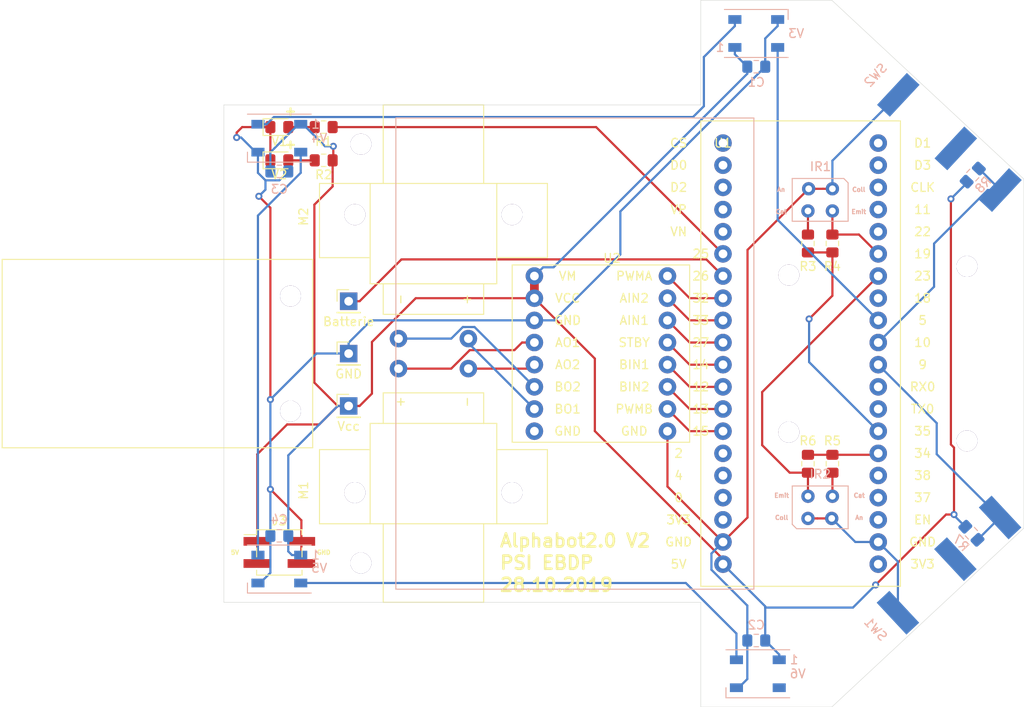
<source format=kicad_pcb>
(kicad_pcb (version 20171130) (host pcbnew "(5.1.2)-2")

  (general
    (thickness 1.6)
    (drawings 18)
    (tracks 220)
    (zones 0)
    (modules 33)
    (nets 52)
  )

  (page A4)
  (title_block
    (title Alphabot2.0)
    (date 2019-10-10)
    (rev 1.0)
    (company PSI)
    (comment 1 DM13)
  )

  (layers
    (0 F.Cu signal)
    (31 B.Cu signal)
    (32 B.Adhes user hide)
    (33 F.Adhes user hide)
    (34 B.Paste user hide)
    (35 F.Paste user hide)
    (36 B.SilkS user hide)
    (37 F.SilkS user)
    (38 B.Mask user hide)
    (39 F.Mask user hide)
    (40 Dwgs.User user hide)
    (41 Cmts.User user hide)
    (42 Eco1.User user hide)
    (43 Eco2.User user hide)
    (44 Edge.Cuts user)
    (45 Margin user)
    (46 B.CrtYd user hide)
    (47 F.CrtYd user hide)
    (48 B.Fab user hide)
    (49 F.Fab user hide)
  )

  (setup
    (last_trace_width 0.25)
    (user_trace_width 0.25)
    (user_trace_width 0.3)
    (trace_clearance 0.2)
    (zone_clearance 0.508)
    (zone_45_only no)
    (trace_min 0.25)
    (via_size 0.8)
    (via_drill 0.4)
    (via_min_size 0.4)
    (via_min_drill 0.3)
    (uvia_size 0.3)
    (uvia_drill 0.1)
    (uvias_allowed no)
    (uvia_min_size 0.2)
    (uvia_min_drill 0.1)
    (edge_width 0.05)
    (segment_width 0.2)
    (pcb_text_width 0.3)
    (pcb_text_size 1.5 1.5)
    (mod_edge_width 0.12)
    (mod_text_size 1 1)
    (mod_text_width 0.15)
    (pad_size 2.4 2.4)
    (pad_drill 2.4)
    (pad_to_mask_clearance 0.051)
    (solder_mask_min_width 0.25)
    (aux_axis_origin 0 0)
    (grid_origin 161 117.24)
    (visible_elements 7FFFFFFF)
    (pcbplotparams
      (layerselection 0x010fc_ffffffff)
      (usegerberextensions false)
      (usegerberattributes false)
      (usegerberadvancedattributes false)
      (creategerberjobfile false)
      (excludeedgelayer true)
      (linewidth 0.100000)
      (plotframeref false)
      (viasonmask false)
      (mode 1)
      (useauxorigin false)
      (hpglpennumber 1)
      (hpglpenspeed 20)
      (hpglpendiameter 15.000000)
      (psnegative false)
      (psa4output false)
      (plotreference true)
      (plotvalue true)
      (plotinvisibletext false)
      (padsonsilk false)
      (subtractmaskfromsilk false)
      (outputformat 1)
      (mirror false)
      (drillshape 1)
      (scaleselection 1)
      (outputdirectory ""))
  )

  (net 0 "")
  (net 1 GND)
  (net 2 Test_LED)
  (net 3 "Net-(R1-Pad2)")
  (net 4 "Net-(R2-Pad2)")
  (net 5 VCC)
  (net 6 "Net-(U1-Pad1)")
  (net 7 "Net-(U1-Pad17)")
  (net 8 "Net-(U1-Pad2)")
  (net 9 "Net-(U1-Pad18)")
  (net 10 "Net-(U1-Pad3)")
  (net 11 "Net-(U1-Pad4)")
  (net 12 "Net-(U1-Pad5)")
  (net 13 "Net-(U1-Pad21)")
  (net 14 "Net-(U1-Pad23)")
  (net 15 "Net-(U1-Pad24)")
  (net 16 "Net-(U1-Pad28)")
  (net 17 "Net-(U1-Pad29)")
  (net 18 "Net-(U1-Pad15)")
  (net 19 "Net-(U1-Pad16)")
  (net 20 WS2812b)
  (net 21 "Net-(V3-Pad2)")
  (net 22 "Net-(V4-Pad2)")
  (net 23 "Net-(V5-Pad2)")
  (net 24 "Net-(V6-Pad2)")
  (net 25 "Net-(U1-Pad40)")
  (net 26 "Net-(U1-Pad39)")
  (net 27 "Net-(U1-Pad38)")
  (net 28 "Net-(U1-Pad37)")
  (net 29 "Net-(U1-Pad36)")
  (net 30 "Net-(U1-Pad33)")
  (net 31 Batterie)
  (net 32 AO2)
  (net 33 AO1)
  (net 34 BO1)
  (net 35 BO2)
  (net 36 PWMA)
  (net 37 AIN2)
  (net 38 AIN1)
  (net 39 STBY)
  (net 40 BI1)
  (net 41 BI2)
  (net 42 PWMB)
  (net 43 "Net-(U1-Pad25)")
  (net 44 "Net-(IR1-Pad1)")
  (net 45 IR1)
  (net 46 IR2)
  (net 47 "Net-(IR2-Pad1)")
  (net 48 IR1_IN)
  (net 49 IR2_IN)
  (net 50 Endschalter1)
  (net 51 Endschalter2)

  (net_class Default "Dies ist die voreingestellte Netzklasse."
    (clearance 0.2)
    (trace_width 1)
    (via_dia 0.8)
    (via_drill 0.4)
    (uvia_dia 0.3)
    (uvia_drill 0.1)
    (diff_pair_width 1)
    (diff_pair_gap 0.25)
    (add_net AIN1)
    (add_net AIN2)
    (add_net AO1)
    (add_net AO2)
    (add_net BI1)
    (add_net BI2)
    (add_net BO1)
    (add_net BO2)
    (add_net Batterie)
    (add_net Endschalter1)
    (add_net Endschalter2)
    (add_net GND)
    (add_net IR1)
    (add_net IR1_IN)
    (add_net IR2)
    (add_net IR2_IN)
    (add_net "Net-(IR1-Pad1)")
    (add_net "Net-(IR2-Pad1)")
    (add_net "Net-(R1-Pad2)")
    (add_net "Net-(R2-Pad2)")
    (add_net "Net-(U1-Pad1)")
    (add_net "Net-(U1-Pad15)")
    (add_net "Net-(U1-Pad16)")
    (add_net "Net-(U1-Pad17)")
    (add_net "Net-(U1-Pad18)")
    (add_net "Net-(U1-Pad2)")
    (add_net "Net-(U1-Pad21)")
    (add_net "Net-(U1-Pad23)")
    (add_net "Net-(U1-Pad24)")
    (add_net "Net-(U1-Pad25)")
    (add_net "Net-(U1-Pad28)")
    (add_net "Net-(U1-Pad29)")
    (add_net "Net-(U1-Pad3)")
    (add_net "Net-(U1-Pad33)")
    (add_net "Net-(U1-Pad36)")
    (add_net "Net-(U1-Pad37)")
    (add_net "Net-(U1-Pad38)")
    (add_net "Net-(U1-Pad39)")
    (add_net "Net-(U1-Pad4)")
    (add_net "Net-(U1-Pad40)")
    (add_net "Net-(U1-Pad5)")
    (add_net "Net-(V3-Pad2)")
    (add_net "Net-(V4-Pad2)")
    (add_net "Net-(V5-Pad2)")
    (add_net "Net-(V6-Pad2)")
    (add_net PWMA)
    (add_net PWMB)
    (add_net STBY)
    (add_net Test_LED)
    (add_net VCC)
    (add_net WS2812b)
  )

  (module Alphabot2:Batterie (layer F.Cu) (tedit 5DAEB0FA) (tstamp 5DAED1D9)
    (at 112.405 126.62 90)
    (fp_text reference REF** (at 0 -0.77 90) (layer F.Fab) hide
      (effects (font (size 1 1) (thickness 0.15)))
    )
    (fp_text value Batterie (at 0 -1.77 90) (layer F.Fab)
      (effects (font (size 1 1) (thickness 0.15)))
    )
    (fp_line (start 54 0) (end 0 0) (layer B.SilkS) (width 0.12))
    (fp_line (start 54 41) (end 54 0) (layer B.SilkS) (width 0.12))
    (fp_line (start 0 41) (end 54 41) (layer B.SilkS) (width 0.12))
    (fp_line (start 0 0) (end 0 41) (layer B.SilkS) (width 0.12))
    (pad "" thru_hole circle (at 18 45 90) (size 2.4 2.4) (drill 2.4) (layers *.Cu *.Mask))
    (pad "" thru_hole circle (at 51 -4 90) (size 2.4 2.4) (drill 2.4) (layers *.Cu *.Mask))
    (pad "" thru_hole circle (at 36 45 90) (size 2.4 2.4) (drill 2.4) (layers *.Cu *.Mask))
    (pad "" thru_hole circle (at 3 -4 90) (size 2.4 2.4) (drill 2.4) (layers *.Cu *.Mask))
  )

  (module Alphabot2:ESP32_Pico_Kit (layer F.Cu) (tedit 5D9F3436) (tstamp 5DB09F10)
    (at 144.79 72.95)
    (path /5D9DD2AC)
    (fp_text reference U1 (at 5.08 2.54) (layer F.SilkS)
      (effects (font (size 1 1) (thickness 0.15)))
    )
    (fp_text value ESP32picoKit (at 6.35 26.67 90) (layer F.Fab)
      (effects (font (size 1 1) (thickness 0.15)))
    )
    (fp_text user 3V3 (at 0 45.72) (layer F.SilkS)
      (effects (font (size 1 1) (thickness 0.15)))
    )
    (fp_text user GND (at 0 48.26) (layer F.SilkS)
      (effects (font (size 1 1) (thickness 0.15)))
    )
    (fp_text user EN (at 27.94 45.72) (layer F.SilkS)
      (effects (font (size 1 1) (thickness 0.15)))
    )
    (fp_text user 37 (at 27.94 43.18) (layer F.SilkS)
      (effects (font (size 1 1) (thickness 0.15)))
    )
    (fp_text user 38 (at 27.94 40.64) (layer F.SilkS)
      (effects (font (size 1 1) (thickness 0.15)))
    )
    (fp_text user 34 (at 27.94 38.1) (layer F.SilkS)
      (effects (font (size 1 1) (thickness 0.15)))
    )
    (fp_text user 35 (at 27.94 35.56) (layer F.SilkS)
      (effects (font (size 1 1) (thickness 0.15)))
    )
    (fp_text user TX0 (at 27.94 33.02) (layer F.SilkS)
      (effects (font (size 1 1) (thickness 0.15)))
    )
    (fp_text user RX0 (at 27.94 30.48) (layer F.SilkS)
      (effects (font (size 1 1) (thickness 0.15)))
    )
    (fp_text user 9 (at 27.94 27.94) (layer F.SilkS)
      (effects (font (size 1 1) (thickness 0.15)))
    )
    (fp_text user 10 (at 27.94 25.4) (layer F.SilkS)
      (effects (font (size 1 1) (thickness 0.15)))
    )
    (fp_text user 5 (at 27.94 22.86) (layer F.SilkS)
      (effects (font (size 1 1) (thickness 0.15)))
    )
    (fp_text user 18 (at 27.94 20.32) (layer F.SilkS)
      (effects (font (size 1 1) (thickness 0.15)))
    )
    (fp_text user 23 (at 27.94 17.78) (layer F.SilkS)
      (effects (font (size 1 1) (thickness 0.15)))
    )
    (fp_text user 19 (at 27.94 15.24) (layer F.SilkS)
      (effects (font (size 1 1) (thickness 0.15)))
    )
    (fp_text user 22 (at 27.94 12.7) (layer F.SilkS)
      (effects (font (size 1 1) (thickness 0.15)))
    )
    (fp_text user 11 (at 27.94 10.16) (layer F.SilkS)
      (effects (font (size 1 1) (thickness 0.15)))
    )
    (fp_text user CLK (at 27.94 7.62) (layer F.SilkS)
      (effects (font (size 1 1) (thickness 0.15)))
    )
    (fp_text user D3 (at 27.94 5.08) (layer F.SilkS)
      (effects (font (size 1 1) (thickness 0.15)))
    )
    (fp_text user D1 (at 27.94 2.54) (layer F.SilkS)
      (effects (font (size 1 1) (thickness 0.15)))
    )
    (fp_text user 5V (at 0 50.8) (layer F.SilkS)
      (effects (font (size 1 1) (thickness 0.15)))
    )
    (fp_text user GND (at 0 48.26) (layer F.SilkS)
      (effects (font (size 1 1) (thickness 0.15)))
    )
    (fp_text user 3V3 (at 0 45.72) (layer F.SilkS)
      (effects (font (size 1 1) (thickness 0.15)))
    )
    (fp_text user 0 (at 0 43.18) (layer F.SilkS)
      (effects (font (size 1 1) (thickness 0.15)))
    )
    (fp_text user 4 (at 0 40.64) (layer F.SilkS)
      (effects (font (size 1 1) (thickness 0.15)))
    )
    (fp_text user 2 (at 0 38.1) (layer F.SilkS)
      (effects (font (size 1 1) (thickness 0.15)))
    )
    (fp_text user 15 (at 2.54 35.56) (layer F.SilkS)
      (effects (font (size 1 1) (thickness 0.15)))
    )
    (fp_text user 13 (at 2.54 33.02) (layer F.SilkS)
      (effects (font (size 1 1) (thickness 0.15)))
    )
    (fp_text user 12 (at 2.54 30.48) (layer F.SilkS)
      (effects (font (size 1 1) (thickness 0.15)))
    )
    (fp_text user 14 (at 2.54 27.94) (layer F.SilkS)
      (effects (font (size 1 1) (thickness 0.15)))
    )
    (fp_text user 27 (at 2.54 25.4) (layer F.SilkS)
      (effects (font (size 1 1) (thickness 0.15)))
    )
    (fp_text user 33 (at 2.54 22.86) (layer F.SilkS)
      (effects (font (size 1 1) (thickness 0.15)))
    )
    (fp_text user 32 (at 2.54 20.32) (layer F.SilkS)
      (effects (font (size 1 1) (thickness 0.15)))
    )
    (fp_text user 26 (at 2.54 17.78) (layer F.SilkS)
      (effects (font (size 1 1) (thickness 0.15)))
    )
    (fp_text user 25 (at 2.54 15.24) (layer F.SilkS)
      (effects (font (size 1 1) (thickness 0.15)))
    )
    (fp_text user VN (at 0 12.7) (layer F.SilkS)
      (effects (font (size 1 1) (thickness 0.15)))
    )
    (fp_text user VP (at 0 10.16) (layer F.SilkS)
      (effects (font (size 1 1) (thickness 0.15)))
    )
    (fp_text user D2 (at 0 7.62) (layer F.SilkS)
      (effects (font (size 1 1) (thickness 0.15)))
    )
    (fp_text user D0 (at 0 5.08) (layer F.SilkS)
      (effects (font (size 1 1) (thickness 0.15)))
    )
    (fp_text user CS (at 0 2.54) (layer F.SilkS)
      (effects (font (size 1 1) (thickness 0.15)))
    )
    (fp_line (start 2.54 53.34) (end 2.54 0) (layer F.SilkS) (width 0.12))
    (fp_line (start 25.4 53.34) (end 2.54 53.34) (layer F.SilkS) (width 0.12))
    (fp_line (start 25.4 0) (end 25.4 53.34) (layer F.SilkS) (width 0.12))
    (fp_line (start 2.54 0) (end 25.4 0) (layer F.SilkS) (width 0.12))
    (fp_text user %R (at 3.81 26.67 90) (layer F.Fab)
      (effects (font (size 1 1) (thickness 0.15)))
    )
    (fp_text user GND (at 27.94 48.26) (layer F.SilkS)
      (effects (font (size 1 1) (thickness 0.15)))
    )
    (fp_text user 3V3 (at 27.94 50.8) (layer F.SilkS)
      (effects (font (size 1 1) (thickness 0.15)))
    )
    (pad 40 thru_hole circle (at 22.86 2.54) (size 2 2) (drill 1) (layers *.Cu *.Mask)
      (net 25 "Net-(U1-Pad40)"))
    (pad 39 thru_hole circle (at 22.86 5.08) (size 2 2) (drill 1) (layers *.Cu *.Mask)
      (net 26 "Net-(U1-Pad39)"))
    (pad 38 thru_hole circle (at 22.86 7.62) (size 2 2) (drill 1) (layers *.Cu *.Mask)
      (net 27 "Net-(U1-Pad38)"))
    (pad 37 thru_hole circle (at 22.86 10.16) (size 2 2) (drill 1) (layers *.Cu *.Mask)
      (net 28 "Net-(U1-Pad37)"))
    (pad 36 thru_hole circle (at 22.86 12.7) (size 2 2) (drill 1) (layers *.Cu *.Mask)
      (net 29 "Net-(U1-Pad36)"))
    (pad 35 thru_hole circle (at 22.86 15.24) (size 2 2) (drill 1) (layers *.Cu *.Mask)
      (net 45 IR1))
    (pad 34 thru_hole circle (at 22.86 17.78) (size 2 2) (drill 1) (layers *.Cu *.Mask)
      (net 46 IR2))
    (pad 33 thru_hole circle (at 22.86 20.32) (size 2 2) (drill 1) (layers *.Cu *.Mask)
      (net 30 "Net-(U1-Pad33)"))
    (pad 32 thru_hole circle (at 22.86 22.86) (size 2 2) (drill 1) (layers *.Cu *.Mask)
      (net 20 WS2812b))
    (pad 31 thru_hole circle (at 22.86 25.4) (size 2 2) (drill 1) (layers *.Cu *.Mask)
      (net 51 Endschalter2))
    (pad 30 thru_hole circle (at 22.86 27.94) (size 2 2) (drill 1) (layers *.Cu *.Mask)
      (net 50 Endschalter1))
    (pad 29 thru_hole circle (at 22.86 30.48) (size 2 2) (drill 1) (layers *.Cu *.Mask)
      (net 17 "Net-(U1-Pad29)"))
    (pad 28 thru_hole circle (at 22.86 33.02) (size 2 2) (drill 1) (layers *.Cu *.Mask)
      (net 16 "Net-(U1-Pad28)"))
    (pad 27 thru_hole circle (at 22.86 35.56) (size 2 2) (drill 1) (layers *.Cu *.Mask)
      (net 48 IR1_IN))
    (pad 26 thru_hole circle (at 22.86 38.1) (size 2 2) (drill 1) (layers *.Cu *.Mask)
      (net 49 IR2_IN))
    (pad 25 thru_hole circle (at 22.86 40.64) (size 2 2) (drill 1) (layers *.Cu *.Mask)
      (net 43 "Net-(U1-Pad25)"))
    (pad 24 thru_hole circle (at 22.86 43.18) (size 2 2) (drill 1) (layers *.Cu *.Mask)
      (net 15 "Net-(U1-Pad24)"))
    (pad 23 thru_hole circle (at 22.86 45.72) (size 2 2) (drill 1) (layers *.Cu *.Mask)
      (net 14 "Net-(U1-Pad23)"))
    (pad 22 thru_hole circle (at 22.86 48.26) (size 2 2) (drill 1) (layers *.Cu *.Mask)
      (net 1 GND))
    (pad 21 thru_hole circle (at 22.86 50.8) (size 2 2) (drill 1) (layers *.Cu *.Mask)
      (net 13 "Net-(U1-Pad21)"))
    (pad 20 thru_hole circle (at 5.08 50.8) (size 2 2) (drill 1) (layers *.Cu *.Mask)
      (net 5 VCC))
    (pad 19 thru_hole circle (at 5.08 48.26) (size 2 2) (drill 1) (layers *.Cu *.Mask)
      (net 1 GND))
    (pad 18 thru_hole circle (at 5.08 45.72) (size 2 2) (drill 1) (layers *.Cu *.Mask)
      (net 9 "Net-(U1-Pad18)"))
    (pad 17 thru_hole circle (at 5.08 43.18) (size 2 2) (drill 1) (layers *.Cu *.Mask)
      (net 7 "Net-(U1-Pad17)"))
    (pad 16 thru_hole circle (at 5.08 40.64) (size 2 2) (drill 1) (layers *.Cu *.Mask)
      (net 19 "Net-(U1-Pad16)"))
    (pad 15 thru_hole circle (at 5.08 38.1) (size 2 2) (drill 1) (layers *.Cu *.Mask)
      (net 18 "Net-(U1-Pad15)"))
    (pad 14 thru_hole circle (at 5.08 35.56) (size 2 2) (drill 1) (layers *.Cu *.Mask)
      (net 42 PWMB))
    (pad 13 thru_hole circle (at 5.08 33.02) (size 2 2) (drill 1) (layers *.Cu *.Mask)
      (net 41 BI2))
    (pad 12 thru_hole circle (at 5.08 30.48) (size 2 2) (drill 1) (layers *.Cu *.Mask)
      (net 40 BI1))
    (pad 11 thru_hole circle (at 5.08 27.94) (size 2 2) (drill 1) (layers *.Cu *.Mask)
      (net 39 STBY))
    (pad 10 thru_hole circle (at 5.08 25.4) (size 2 2) (drill 1) (layers *.Cu *.Mask)
      (net 38 AIN1))
    (pad 9 thru_hole circle (at 5.08 22.86) (size 2 2) (drill 1) (layers *.Cu *.Mask)
      (net 37 AIN2))
    (pad 8 thru_hole circle (at 5.08 20.32) (size 2 2) (drill 1) (layers *.Cu *.Mask)
      (net 36 PWMA))
    (pad 7 thru_hole circle (at 5.08 17.78) (size 2 2) (drill 1) (layers *.Cu *.Mask)
      (net 31 Batterie))
    (pad 6 thru_hole circle (at 5.08 15.24) (size 2 2) (drill 1) (layers *.Cu *.Mask)
      (net 2 Test_LED))
    (pad 5 thru_hole circle (at 5.08 12.7) (size 2 2) (drill 1) (layers *.Cu *.Mask)
      (net 12 "Net-(U1-Pad5)"))
    (pad 4 thru_hole circle (at 5.08 10.16) (size 2 2) (drill 1) (layers *.Cu *.Mask)
      (net 11 "Net-(U1-Pad4)"))
    (pad 3 thru_hole circle (at 5.08 7.62) (size 2 2) (drill 1) (layers *.Cu *.Mask)
      (net 10 "Net-(U1-Pad3)"))
    (pad 2 thru_hole circle (at 5.08 5.08) (size 2 2) (drill 1) (layers *.Cu *.Mask)
      (net 8 "Net-(U1-Pad2)"))
    (pad 1 thru_hole circle (at 5.08 2.54) (size 2 2) (drill 1) (layers *.Cu *.Mask)
      (net 6 "Net-(U1-Pad1)"))
  )

  (module Alphabot2:Endschalter (layer B.Cu) (tedit 5DAEE8FD) (tstamp 5DB07536)
    (at 169.947817 69.962815 227)
    (path /5DBEBB11)
    (fp_text reference SW2 (at 0.124102 3.436339 47) (layer B.SilkS)
      (effects (font (size 1 1) (thickness 0.15)) (justify mirror))
    )
    (fp_text value SW_SPST (at 0 5.58 47) (layer B.Fab)
      (effects (font (size 1 1) (thickness 0.15)) (justify mirror))
    )
    (pad 1 smd rect (at 0 0 227) (size 5 2) (layers B.Cu B.Paste B.Mask)
      (net 1 GND))
    (pad 2 smd rect (at 0 -16 227) (size 5 2) (layers B.Cu B.Paste B.Mask)
      (net 51 Endschalter2))
    (pad 3 smd rect (at 0 -9 227) (size 5 2) (layers B.Cu B.Paste B.Mask))
  )

  (module Alphabot2:Endschalter (layer B.Cu) (tedit 5DAEE8FD) (tstamp 5DB07BA0)
    (at 169.9006 129.3138 313)
    (path /5DBE8952)
    (fp_text reference SW1 (at -0.352712 3.158596 313) (layer B.SilkS)
      (effects (font (size 1 1) (thickness 0.15)) (justify mirror))
    )
    (fp_text value SW_SPST (at 0 5.58 313) (layer B.Fab)
      (effects (font (size 1 1) (thickness 0.15)) (justify mirror))
    )
    (pad 1 smd rect (at 0 0 313) (size 5 2) (layers B.Cu B.Paste B.Mask)
      (net 1 GND))
    (pad 2 smd rect (at 0 -16 313) (size 5 2) (layers B.Cu B.Paste B.Mask)
      (net 50 Endschalter1))
    (pad 3 smd rect (at 0 -9 313) (size 5 2) (layers B.Cu B.Paste B.Mask))
  )

  (module Resistor_SMD:R_0805_2012Metric_Pad1.15x1.40mm_HandSolder (layer B.Cu) (tedit 5B36C52B) (tstamp 5DB07528)
    (at 178.472552 79.161838 47)
    (descr "Resistor SMD 0805 (2012 Metric), square (rectangular) end terminal, IPC_7351 nominal with elongated pad for handsoldering. (Body size source: https://docs.google.com/spreadsheets/d/1BsfQQcO9C6DZCsRaXUlFlo91Tg2WpOkGARC1WS5S8t0/edit?usp=sharing), generated with kicad-footprint-generator")
    (tags "resistor handsolder")
    (path /5DBEBB17)
    (attr smd)
    (fp_text reference R8 (at 0 1.65 47) (layer B.SilkS)
      (effects (font (size 1 1) (thickness 0.15)) (justify mirror))
    )
    (fp_text value 10k (at 0 -1.65 47) (layer B.Fab)
      (effects (font (size 1 1) (thickness 0.15)) (justify mirror))
    )
    (fp_text user %R (at 0 0 47) (layer B.Fab)
      (effects (font (size 0.5 0.5) (thickness 0.08)) (justify mirror))
    )
    (fp_line (start 1.85 -0.95) (end -1.85 -0.95) (layer B.CrtYd) (width 0.05))
    (fp_line (start 1.85 0.95) (end 1.85 -0.95) (layer B.CrtYd) (width 0.05))
    (fp_line (start -1.85 0.95) (end 1.85 0.95) (layer B.CrtYd) (width 0.05))
    (fp_line (start -1.85 -0.95) (end -1.85 0.95) (layer B.CrtYd) (width 0.05))
    (fp_line (start -0.261252 -0.71) (end 0.261252 -0.71) (layer B.SilkS) (width 0.12))
    (fp_line (start -0.261252 0.71) (end 0.261252 0.71) (layer B.SilkS) (width 0.12))
    (fp_line (start 1 -0.6) (end -1 -0.6) (layer B.Fab) (width 0.1))
    (fp_line (start 1 0.6) (end 1 -0.6) (layer B.Fab) (width 0.1))
    (fp_line (start -1 0.6) (end 1 0.6) (layer B.Fab) (width 0.1))
    (fp_line (start -1 -0.6) (end -1 0.6) (layer B.Fab) (width 0.1))
    (pad 2 smd roundrect (at 1.025 0 47) (size 1.15 1.4) (layers B.Cu B.Paste B.Mask) (roundrect_rratio 0.217391)
      (net 51 Endschalter2))
    (pad 1 smd roundrect (at -1.025 0 47) (size 1.15 1.4) (layers B.Cu B.Paste B.Mask) (roundrect_rratio 0.217391)
      (net 5 VCC))
    (model ${KISYS3DMOD}/Resistor_SMD.3dshapes/R_0805_2012Metric.wrl
      (at (xyz 0 0 0))
      (scale (xyz 1 1 1))
      (rotate (xyz 0 0 0))
    )
  )

  (module Resistor_SMD:R_0805_2012Metric_Pad1.15x1.40mm_HandSolder (layer B.Cu) (tedit 5B36C52B) (tstamp 5DB07517)
    (at 178.320152 120.207562 313)
    (descr "Resistor SMD 0805 (2012 Metric), square (rectangular) end terminal, IPC_7351 nominal with elongated pad for handsoldering. (Body size source: https://docs.google.com/spreadsheets/d/1BsfQQcO9C6DZCsRaXUlFlo91Tg2WpOkGARC1WS5S8t0/edit?usp=sharing), generated with kicad-footprint-generator")
    (tags "resistor handsolder")
    (path /5DBE9D43)
    (attr smd)
    (fp_text reference R7 (at 0 1.65 313) (layer B.SilkS)
      (effects (font (size 1 1) (thickness 0.15)) (justify mirror))
    )
    (fp_text value 10k (at 0 -1.65 313) (layer B.Fab)
      (effects (font (size 1 1) (thickness 0.15)) (justify mirror))
    )
    (fp_text user %R (at 0 0 313) (layer B.Fab)
      (effects (font (size 0.5 0.5) (thickness 0.08)) (justify mirror))
    )
    (fp_line (start 1.85 -0.95) (end -1.85 -0.95) (layer B.CrtYd) (width 0.05))
    (fp_line (start 1.85 0.95) (end 1.85 -0.95) (layer B.CrtYd) (width 0.05))
    (fp_line (start -1.85 0.95) (end 1.85 0.95) (layer B.CrtYd) (width 0.05))
    (fp_line (start -1.85 -0.95) (end -1.85 0.95) (layer B.CrtYd) (width 0.05))
    (fp_line (start -0.261252 -0.71) (end 0.261252 -0.71) (layer B.SilkS) (width 0.12))
    (fp_line (start -0.261252 0.71) (end 0.261252 0.71) (layer B.SilkS) (width 0.12))
    (fp_line (start 1 -0.6) (end -1 -0.6) (layer B.Fab) (width 0.1))
    (fp_line (start 1 0.6) (end 1 -0.6) (layer B.Fab) (width 0.1))
    (fp_line (start -1 0.6) (end 1 0.6) (layer B.Fab) (width 0.1))
    (fp_line (start -1 -0.6) (end -1 0.6) (layer B.Fab) (width 0.1))
    (pad 2 smd roundrect (at 1.025 0 313) (size 1.15 1.4) (layers B.Cu B.Paste B.Mask) (roundrect_rratio 0.217391)
      (net 50 Endschalter1))
    (pad 1 smd roundrect (at -1.025 0 313) (size 1.15 1.4) (layers B.Cu B.Paste B.Mask) (roundrect_rratio 0.217391)
      (net 5 VCC))
    (model ${KISYS3DMOD}/Resistor_SMD.3dshapes/R_0805_2012Metric.wrl
      (at (xyz 0 0 0))
      (scale (xyz 1 1 1))
      (rotate (xyz 0 0 0))
    )
  )

  (module Connector_PinHeader_2.54mm:PinHeader_2x02_P2.54mm_Vertical_SMD (layer F.Cu) (tedit 59FED5CC) (tstamp 5DAF3415)
    (at 99.06 122.405)
    (descr "surface-mounted straight pin header, 2x02, 2.54mm pitch, double rows")
    (tags "Surface mounted pin header SMD 2x02 2.54mm double row")
    (path /5DBB323D)
    (attr smd)
    (fp_text reference J3 (at 0 -3.6) (layer F.SilkS)
      (effects (font (size 1 1) (thickness 0.15)))
    )
    (fp_text value Conn_02x02_Odd_Even (at 0 3.6) (layer F.Fab)
      (effects (font (size 1 1) (thickness 0.15)))
    )
    (fp_text user %R (at 0 0 90) (layer F.Fab)
      (effects (font (size 1 1) (thickness 0.15)))
    )
    (fp_line (start 5.9 -3.05) (end -5.9 -3.05) (layer F.CrtYd) (width 0.05))
    (fp_line (start 5.9 3.05) (end 5.9 -3.05) (layer F.CrtYd) (width 0.05))
    (fp_line (start -5.9 3.05) (end 5.9 3.05) (layer F.CrtYd) (width 0.05))
    (fp_line (start -5.9 -3.05) (end -5.9 3.05) (layer F.CrtYd) (width 0.05))
    (fp_line (start 2.6 -0.51) (end 2.6 0.51) (layer F.SilkS) (width 0.12))
    (fp_line (start -2.6 -0.51) (end -2.6 0.51) (layer F.SilkS) (width 0.12))
    (fp_line (start 2.6 2.03) (end 2.6 2.6) (layer F.SilkS) (width 0.12))
    (fp_line (start -2.6 2.03) (end -2.6 2.6) (layer F.SilkS) (width 0.12))
    (fp_line (start 2.6 -2.6) (end 2.6 -2.03) (layer F.SilkS) (width 0.12))
    (fp_line (start -2.6 -2.6) (end -2.6 -2.03) (layer F.SilkS) (width 0.12))
    (fp_line (start -4.04 -2.03) (end -2.6 -2.03) (layer F.SilkS) (width 0.12))
    (fp_line (start -2.6 2.6) (end 2.6 2.6) (layer F.SilkS) (width 0.12))
    (fp_line (start -2.6 -2.6) (end 2.6 -2.6) (layer F.SilkS) (width 0.12))
    (fp_line (start 3.6 1.59) (end 2.54 1.59) (layer F.Fab) (width 0.1))
    (fp_line (start 3.6 0.95) (end 3.6 1.59) (layer F.Fab) (width 0.1))
    (fp_line (start 2.54 0.95) (end 3.6 0.95) (layer F.Fab) (width 0.1))
    (fp_line (start -3.6 1.59) (end -2.54 1.59) (layer F.Fab) (width 0.1))
    (fp_line (start -3.6 0.95) (end -3.6 1.59) (layer F.Fab) (width 0.1))
    (fp_line (start -2.54 0.95) (end -3.6 0.95) (layer F.Fab) (width 0.1))
    (fp_line (start 3.6 -0.95) (end 2.54 -0.95) (layer F.Fab) (width 0.1))
    (fp_line (start 3.6 -1.59) (end 3.6 -0.95) (layer F.Fab) (width 0.1))
    (fp_line (start 2.54 -1.59) (end 3.6 -1.59) (layer F.Fab) (width 0.1))
    (fp_line (start -3.6 -0.95) (end -2.54 -0.95) (layer F.Fab) (width 0.1))
    (fp_line (start -3.6 -1.59) (end -3.6 -0.95) (layer F.Fab) (width 0.1))
    (fp_line (start -2.54 -1.59) (end -3.6 -1.59) (layer F.Fab) (width 0.1))
    (fp_line (start 2.54 -2.54) (end 2.54 2.54) (layer F.Fab) (width 0.1))
    (fp_line (start -2.54 -1.59) (end -1.59 -2.54) (layer F.Fab) (width 0.1))
    (fp_line (start -2.54 2.54) (end -2.54 -1.59) (layer F.Fab) (width 0.1))
    (fp_line (start -1.59 -2.54) (end 2.54 -2.54) (layer F.Fab) (width 0.1))
    (fp_line (start 2.54 2.54) (end -2.54 2.54) (layer F.Fab) (width 0.1))
    (pad 4 smd rect (at 2.525 1.27) (size 3.15 1) (layers F.Cu F.Paste F.Mask)
      (net 1 GND))
    (pad 3 smd rect (at -2.525 1.27) (size 3.15 1) (layers F.Cu F.Paste F.Mask)
      (net 5 VCC))
    (pad 2 smd rect (at 2.525 -1.27) (size 3.15 1) (layers F.Cu F.Paste F.Mask)
      (net 1 GND))
    (pad 1 smd rect (at -2.525 -1.27) (size 3.15 1) (layers F.Cu F.Paste F.Mask)
      (net 5 VCC))
    (model ${KISYS3DMOD}/Connector_PinHeader_2.54mm.3dshapes/PinHeader_2x02_P2.54mm_Vertical_SMD.wrl
      (at (xyz 0 0 0))
      (scale (xyz 1 1 1))
      (rotate (xyz 0 0 0))
    )
  )

  (module Alphabot2:ITR20001-T (layer F.Cu) (tedit 5DAEC8F8) (tstamp 5DAEF06A)
    (at 161 117.24 180)
    (path /5DB1E413)
    (fp_text reference IR2 (at 0 3.81) (layer B.SilkS)
      (effects (font (size 1 1) (thickness 0.15)))
    )
    (fp_text value ITR20001 (at 0.60706 -4.98856) (layer F.Fab)
      (effects (font (size 1 1) (thickness 0.15)))
    )
    (fp_text user Emit (at 4.41706 1.36144) (layer B.SilkS)
      (effects (font (size 0.5 0.5) (thickness 0.125)))
    )
    (fp_text user Coll (at 4.41706 -1.17856) (layer B.SilkS)
      (effects (font (size 0.5 0.5) (thickness 0.125)))
    )
    (fp_text user Cat (at -4.47294 1.36144) (layer B.SilkS)
      (effects (font (size 0.5 0.5) (thickness 0.125)))
    )
    (fp_text user An (at -4.47294 -1.17856) (layer B.SilkS)
      (effects (font (size 0.5 0.5) (thickness 0.125)))
    )
    (fp_line (start 2.69706 -2.44856) (end 3.19706 -1.94856) (layer B.SilkS) (width 0.12))
    (fp_line (start -3.20294 2.45144) (end -3.20294 -2.44856) (layer B.SilkS) (width 0.12))
    (fp_line (start 3.19706 2.45144) (end -3.20294 2.45144) (layer B.SilkS) (width 0.12))
    (fp_line (start 3.19706 -1.94856) (end 3.19706 2.45144) (layer B.SilkS) (width 0.12))
    (fp_line (start -3.20294 -2.44856) (end 2.69706 -2.44856) (layer B.SilkS) (width 0.12))
    (pad 4 thru_hole circle (at 1.39706 1.27144 180) (size 1.524 1.524) (drill 0.762) (layers *.Cu *.Mask)
      (net 46 IR2))
    (pad 3 thru_hole circle (at 1.39706 -1.26856 180) (size 1.524 1.524) (drill 0.762) (layers *.Cu *.Mask)
      (net 1 GND))
    (pad 2 thru_hole circle (at -1.32294 -1.26856 180) (size 1.524 1.524) (drill 0.762) (layers *.Cu *.Mask)
      (net 1 GND))
    (pad 1 thru_hole circle (at -1.40294 1.27144 180) (size 1.524 1.524) (drill 0.762) (layers *.Cu *.Mask)
      (net 47 "Net-(IR2-Pad1)"))
  )

  (module Alphabot2:ITR20001-T (layer F.Cu) (tedit 5DAEC724) (tstamp 5DAEF059)
    (at 161 82)
    (path /5DB1CAB4)
    (fp_text reference IR1 (at 0.036 -3.81 180) (layer B.SilkS)
      (effects (font (size 1 1) (thickness 0.15)))
    )
    (fp_text value ITR20001 (at 0.61 -4.99) (layer F.Fab)
      (effects (font (size 1 1) (thickness 0.15)))
    )
    (fp_text user Emit (at 4.42 1.36) (layer B.SilkS)
      (effects (font (size 0.5 0.5) (thickness 0.125)))
    )
    (fp_text user Coll (at 4.42 -1.18) (layer B.SilkS)
      (effects (font (size 0.5 0.5) (thickness 0.125)))
    )
    (fp_text user Cat (at -4.47 1.36) (layer B.SilkS)
      (effects (font (size 0.5 0.5) (thickness 0.125)))
    )
    (fp_text user An (at -4.47 -1.18) (layer B.SilkS)
      (effects (font (size 0.5 0.5) (thickness 0.125)))
    )
    (fp_line (start 2.7 -2.45) (end 3.2 -1.95) (layer B.SilkS) (width 0.12))
    (fp_line (start -3.2 2.45) (end -3.2 -2.45) (layer B.SilkS) (width 0.12))
    (fp_line (start 3.2 2.45) (end -3.2 2.45) (layer B.SilkS) (width 0.12))
    (fp_line (start 3.2 -1.95) (end 3.2 2.45) (layer B.SilkS) (width 0.12))
    (fp_line (start -3.2 -2.45) (end 2.7 -2.45) (layer B.SilkS) (width 0.12))
    (pad 4 thru_hole circle (at 1.4 1.27) (size 1.524 1.524) (drill 0.762) (layers *.Cu *.Mask)
      (net 45 IR1))
    (pad 3 thru_hole circle (at 1.4 -1.27) (size 1.524 1.524) (drill 0.762) (layers *.Cu *.Mask)
      (net 1 GND))
    (pad 2 thru_hole circle (at -1.32 -1.27) (size 1.524 1.524) (drill 0.762) (layers *.Cu *.Mask)
      (net 1 GND))
    (pad 1 thru_hole circle (at -1.4 1.27) (size 1.524 1.524) (drill 0.762) (layers *.Cu *.Mask)
      (net 44 "Net-(IR1-Pad1)"))
  )

  (module Alphabot2:Rad_vorne (layer F.Cu) (tedit 5D9F1F5D) (tstamp 5DAED26A)
    (at 177.81 99.62)
    (fp_text reference REF** (at 0 -0.77) (layer F.SilkS) hide
      (effects (font (size 1 1) (thickness 0.15)))
    )
    (fp_text value Rad_vorne (at 0 -1.77) (layer F.Fab)
      (effects (font (size 1 1) (thickness 0.15)))
    )
    (pad "" thru_hole circle (at 0 10) (size 2.4 2.4) (drill 2.4) (layers *.Cu *.Mask))
    (pad "" thru_hole circle (at 0 -10) (size 2.4 2.4) (drill 2.4) (layers *.Cu *.Mask))
  )

  (module Alphabot2:Powerboost_Mounting_Holes (layer F.Cu) (tedit 5D9F313C) (tstamp 5DAED2E5)
    (at 67.32 88.825)
    (fp_text reference REF** (at 0 -3.31) (layer F.SilkS) hide
      (effects (font (size 1 1) (thickness 0.15)))
    )
    (fp_text value Powerboost_Mounting_Holes (at 0 -4.31) (layer F.Fab)
      (effects (font (size 1 1) (thickness 0.15)))
    )
    (fp_line (start 0 21.59) (end 0 0) (layer F.SilkS) (width 0.12))
    (fp_line (start 0 21.59) (end 35.56 21.59) (layer F.SilkS) (width 0.12))
    (fp_line (start 35.56 0) (end 35.56 21.59) (layer F.SilkS) (width 0.12))
    (fp_line (start 0 0) (end 35.56 0) (layer F.SilkS) (width 0.12))
    (pad "" thru_hole circle (at 33.02 17.39) (size 2.4 2.4) (drill 2.4) (layers *.Cu *.Mask F.Paste))
    (pad "" thru_hole circle (at 33.02 4.2) (size 2.4 2.4) (drill 2.4) (layers *.Cu *.Mask))
  )

  (module Alphabot2:TB6612FNG (layer F.Cu) (tedit 5D9F24A3) (tstamp 5D9F86D4)
    (at 125.73 89.46)
    (path /5DA6D968)
    (fp_text reference U2 (at 11.43 -0.77) (layer F.SilkS)
      (effects (font (size 1 1) (thickness 0.15)))
    )
    (fp_text value TB6612FNG (at 11.43 -2.54) (layer F.Fab)
      (effects (font (size 1 1) (thickness 0.15)))
    )
    (fp_text user GND (at 6.35 6.35) (layer F.SilkS)
      (effects (font (size 1 1) (thickness 0.15)))
    )
    (fp_text user PWMB (at 13.97 16.51) (layer F.SilkS)
      (effects (font (size 1 1) (thickness 0.15)))
    )
    (fp_text user BIN2 (at 13.97 13.97) (layer F.SilkS)
      (effects (font (size 1 1) (thickness 0.15)))
    )
    (fp_text user BIN1 (at 13.97 11.43) (layer F.SilkS)
      (effects (font (size 1 1) (thickness 0.15)))
    )
    (fp_text user STBY (at 13.97 8.89) (layer F.SilkS)
      (effects (font (size 1 1) (thickness 0.15)))
    )
    (fp_text user AIN1 (at 13.97 6.35) (layer F.SilkS)
      (effects (font (size 1 1) (thickness 0.15)))
    )
    (fp_text user AIN2 (at 13.97 3.81) (layer F.SilkS)
      (effects (font (size 1 1) (thickness 0.15)))
    )
    (fp_text user PWMA (at 13.97 1.27) (layer F.SilkS)
      (effects (font (size 1 1) (thickness 0.15)))
    )
    (fp_text user GND (at 6.35 19.05) (layer F.SilkS)
      (effects (font (size 1 1) (thickness 0.15)))
    )
    (fp_text user BO1 (at 6.35 16.51) (layer F.SilkS)
      (effects (font (size 1 1) (thickness 0.15)))
    )
    (fp_text user BO2 (at 6.35 13.97) (layer F.SilkS)
      (effects (font (size 1 1) (thickness 0.15)))
    )
    (fp_text user AO2 (at 6.35 11.43) (layer F.SilkS)
      (effects (font (size 1 1) (thickness 0.15)))
    )
    (fp_text user AO1 (at 6.35 8.89) (layer F.SilkS)
      (effects (font (size 1 1) (thickness 0.15)))
    )
    (fp_text user GND (at 6.35 6.35) (layer F.SilkS)
      (effects (font (size 1 1) (thickness 0.15)))
    )
    (fp_text user VCC (at 6.35 3.81) (layer F.SilkS)
      (effects (font (size 1 1) (thickness 0.15)))
    )
    (fp_text user VM (at 6.35 1.27) (layer F.SilkS)
      (effects (font (size 1 1) (thickness 0.15)))
    )
    (fp_line (start 0 20.32) (end 0 0) (layer F.SilkS) (width 0.12))
    (fp_line (start 20.32 20.32) (end 0 20.32) (layer F.SilkS) (width 0.12))
    (fp_line (start 20.32 0) (end 20.32 20.32) (layer F.SilkS) (width 0.12))
    (fp_line (start 0 0) (end 20.32 0) (layer F.SilkS) (width 0.12))
    (pad 16 thru_hole circle (at 17.78 1.27) (size 2 2) (drill 1) (layers *.Cu *.Mask)
      (net 36 PWMA))
    (pad 15 thru_hole circle (at 17.78 3.81) (size 2 2) (drill 1) (layers *.Cu *.Mask)
      (net 37 AIN2))
    (pad 14 thru_hole circle (at 17.78 6.35) (size 2 2) (drill 1) (layers *.Cu *.Mask)
      (net 38 AIN1))
    (pad 13 thru_hole circle (at 17.78 8.89) (size 2 2) (drill 1) (layers *.Cu *.Mask)
      (net 39 STBY))
    (pad 12 thru_hole circle (at 17.78 11.43) (size 2 2) (drill 1) (layers *.Cu *.Mask)
      (net 40 BI1))
    (pad 11 thru_hole circle (at 17.78 13.97) (size 2 2) (drill 1) (layers *.Cu *.Mask)
      (net 41 BI2))
    (pad 10 thru_hole circle (at 17.78 16.51) (size 2 2) (drill 1) (layers *.Cu *.Mask)
      (net 42 PWMB))
    (pad 8 thru_hole circle (at 2.54 19.05) (size 2 2) (drill 1) (layers *.Cu *.Mask)
      (net 1 GND))
    (pad 7 thru_hole circle (at 2.54 16.51) (size 2 2) (drill 1) (layers *.Cu *.Mask)
      (net 34 BO1))
    (pad 6 thru_hole circle (at 2.54 13.97) (size 2 2) (drill 1) (layers *.Cu *.Mask)
      (net 35 BO2))
    (pad 5 thru_hole circle (at 2.54 11.43) (size 2 2) (drill 1) (layers *.Cu *.Mask)
      (net 32 AO2))
    (pad 4 thru_hole circle (at 2.54 8.89) (size 2 2) (drill 1) (layers *.Cu *.Mask)
      (net 33 AO1))
    (pad 3 thru_hole circle (at 2.54 6.35) (size 2 2) (drill 1) (layers *.Cu *.Mask)
      (net 1 GND))
    (pad 2 thru_hole circle (at 2.54 3.81) (size 2 2) (drill 1) (layers *.Cu *.Mask)
      (net 5 VCC))
    (pad 9 thru_hole circle (at 17.78 19.05) (size 2 2) (drill 1) (layers *.Cu *.Mask)
      (net 1 GND))
    (pad 1 thru_hole circle (at 2.54 1.27) (size 2 2) (drill 1) (layers *.Cu *.Mask)
      (net 5 VCC))
  )

  (module Alphabot2:N20_DC_Motor_mit_Halterung (layer F.Cu) (tedit 5D9F2CE8) (tstamp 5D9DF2BB)
    (at 122.46 104.12 270)
    (path /5DA02A32)
    (fp_text reference M1 (at 11.19 20.62 90) (layer F.SilkS)
      (effects (font (size 1 1) (thickness 0.15)))
    )
    (fp_text value Motor_DC (at 11.19 -11.66 90) (layer F.Fab)
      (effects (font (size 1 1) (thickness 0.15)))
    )
    (fp_line (start 6.5 18.8) (end 6.5 13) (layer F.SilkS) (width 0.12))
    (fp_line (start 15 18.8) (end 6.5 18.8) (layer F.SilkS) (width 0.12))
    (fp_line (start 15 18.8) (end 15 13) (layer F.SilkS) (width 0.12))
    (fp_line (start 6.5 -7.3) (end 6.5 -1.5) (layer F.SilkS) (width 0.12))
    (fp_line (start 15 -7.3) (end 6.5 -7.3) (layer F.SilkS) (width 0.12))
    (fp_line (start 15 -1.5) (end 15 -7.3) (layer F.SilkS) (width 0.12))
    (fp_line (start 24 11.5) (end 15 11.5) (layer F.SilkS) (width 0.12))
    (fp_line (start 24 0) (end 24 11.5) (layer F.SilkS) (width 0.12))
    (fp_line (start 15 0) (end 24 0) (layer F.SilkS) (width 0.12))
    (fp_line (start 3.5 13) (end 3.5 12) (layer F.SilkS) (width 0.12))
    (fp_line (start 15 13) (end 3.5 13) (layer F.SilkS) (width 0.12))
    (fp_line (start 15 -1.5) (end 15 13) (layer F.SilkS) (width 0.12))
    (fp_line (start 3.5 -1.5) (end 15 -1.5) (layer F.SilkS) (width 0.12))
    (fp_line (start 3.5 0) (end 3.5 -1.5) (layer F.SilkS) (width 0.12))
    (fp_line (start 0 0) (end 0 11.5) (layer F.SilkS) (width 0.12))
    (fp_line (start 0 11.5) (end 3.5 11.5) (layer F.SilkS) (width 0.12))
    (fp_line (start 3.5 0) (end 3.5 12) (layer F.SilkS) (width 0.12))
    (fp_line (start 0 0) (end 3.5 0) (layer F.SilkS) (width 0.12))
    (fp_text user + (at 1.03 9.56 90) (layer F.SilkS)
      (effects (font (size 1 1) (thickness 0.15)))
    )
    (fp_text user - (at 1.03 1.94 90) (layer F.SilkS)
      (effects (font (size 1 1) (thickness 0.15)))
    )
    (pad "" thru_hole circle (at 11.43 -3.25 270) (size 2.4 2.4) (drill 2.4) (layers *.Cu *.Mask))
    (pad "" thru_hole circle (at 11.43 14.75 270) (size 2.4 2.4) (drill 2.4) (layers *.Cu *.Mask))
    (pad 2 thru_hole circle (at -2.78 1.75 270) (size 2 2) (drill 1) (layers *.Cu *.Mask)
      (net 32 AO2))
    (pad 1 thru_hole circle (at -2.78 9.75 270) (size 2 2) (drill 1) (layers *.Cu *.Mask)
      (net 33 AO1))
  )

  (module Alphabot2:N20_DC_Motor_mit_Halterung (layer F.Cu) (tedit 5D9F2CE3) (tstamp 5D9FD4E9)
    (at 110.96 95.12 90)
    (path /5DA0365A)
    (fp_text reference M2 (at 11.19 -9.12 90) (layer F.SilkS)
      (effects (font (size 1 1) (thickness 0.15)))
    )
    (fp_text value Motor_DC (at 11.19 -11.66 90) (layer F.Fab)
      (effects (font (size 1 1) (thickness 0.15)))
    )
    (fp_line (start 6.5 18.8) (end 6.5 13) (layer F.SilkS) (width 0.12))
    (fp_line (start 15 18.8) (end 6.5 18.8) (layer F.SilkS) (width 0.12))
    (fp_line (start 15 18.8) (end 15 13) (layer F.SilkS) (width 0.12))
    (fp_line (start 6.5 -7.3) (end 6.5 -1.5) (layer F.SilkS) (width 0.12))
    (fp_line (start 15 -7.3) (end 6.5 -7.3) (layer F.SilkS) (width 0.12))
    (fp_line (start 15 -1.5) (end 15 -7.3) (layer F.SilkS) (width 0.12))
    (fp_line (start 24 11.5) (end 15 11.5) (layer F.SilkS) (width 0.12))
    (fp_line (start 24 0) (end 24 11.5) (layer F.SilkS) (width 0.12))
    (fp_line (start 15 0) (end 24 0) (layer F.SilkS) (width 0.12))
    (fp_line (start 3.5 13) (end 3.5 12) (layer F.SilkS) (width 0.12))
    (fp_line (start 15 13) (end 3.5 13) (layer F.SilkS) (width 0.12))
    (fp_line (start 15 -1.5) (end 15 13) (layer F.SilkS) (width 0.12))
    (fp_line (start 3.5 -1.5) (end 15 -1.5) (layer F.SilkS) (width 0.12))
    (fp_line (start 3.5 0) (end 3.5 -1.5) (layer F.SilkS) (width 0.12))
    (fp_line (start 0 0) (end 0 11.5) (layer F.SilkS) (width 0.12))
    (fp_line (start 0 11.5) (end 3.5 11.5) (layer F.SilkS) (width 0.12))
    (fp_line (start 3.5 0) (end 3.5 12) (layer F.SilkS) (width 0.12))
    (fp_line (start 0 0) (end 3.5 0) (layer F.SilkS) (width 0.12))
    (fp_text user + (at 1.71 9.56 90) (layer F.SilkS)
      (effects (font (size 1 1) (thickness 0.15)))
    )
    (fp_text user - (at 1.71 1.94 270) (layer F.SilkS)
      (effects (font (size 1 1) (thickness 0.15)))
    )
    (pad "" thru_hole circle (at 11.43 -3.25 90) (size 2.4 2.4) (drill 2.4) (layers *.Cu *.Mask))
    (pad "" thru_hole circle (at 11.43 14.75 90) (size 2.4 2.4) (drill 2.4) (layers *.Cu *.Mask))
    (pad 2 thru_hole circle (at -2.78 1.75 90) (size 2 2) (drill 1) (layers *.Cu *.Mask)
      (net 35 BO2))
    (pad 1 thru_hole circle (at -2.78 9.75 90) (size 2 2) (drill 1) (layers *.Cu *.Mask)
      (net 34 BO1))
  )

  (module Connector_PinHeader_2.54mm:PinHeader_1x01_P2.54mm_Vertical (layer F.Cu) (tedit 5D9F24C1) (tstamp 5D9F661C)
    (at 107 93.62)
    (descr "Through hole straight pin header, 1x01, 2.54mm pitch, single row")
    (tags "Through hole pin header THT 1x01 2.54mm single row")
    (path /5DA41E88)
    (fp_text reference J4 (at 0 -2.33) (layer F.Fab)
      (effects (font (size 1 1) (thickness 0.15)))
    )
    (fp_text value Batterie (at 0 2.33) (layer F.SilkS)
      (effects (font (size 1 1) (thickness 0.15)))
    )
    (fp_text user %R (at 0 0 90) (layer F.Fab)
      (effects (font (size 1 1) (thickness 0.15)))
    )
    (fp_line (start 1.8 -1.8) (end -1.8 -1.8) (layer F.CrtYd) (width 0.05))
    (fp_line (start 1.8 1.8) (end 1.8 -1.8) (layer F.CrtYd) (width 0.05))
    (fp_line (start -1.8 1.8) (end 1.8 1.8) (layer F.CrtYd) (width 0.05))
    (fp_line (start -1.8 -1.8) (end -1.8 1.8) (layer F.CrtYd) (width 0.05))
    (fp_line (start -1.33 -1.33) (end 0 -1.33) (layer F.SilkS) (width 0.12))
    (fp_line (start -1.33 0) (end -1.33 -1.33) (layer F.SilkS) (width 0.12))
    (fp_line (start -1.33 1.27) (end 1.33 1.27) (layer F.SilkS) (width 0.12))
    (fp_line (start 1.33 1.27) (end 1.33 1.33) (layer F.SilkS) (width 0.12))
    (fp_line (start -1.33 1.27) (end -1.33 1.33) (layer F.SilkS) (width 0.12))
    (fp_line (start -1.33 1.33) (end 1.33 1.33) (layer F.SilkS) (width 0.12))
    (fp_line (start -1.27 -0.635) (end -0.635 -1.27) (layer F.Fab) (width 0.1))
    (fp_line (start -1.27 1.27) (end -1.27 -0.635) (layer F.Fab) (width 0.1))
    (fp_line (start 1.27 1.27) (end -1.27 1.27) (layer F.Fab) (width 0.1))
    (fp_line (start 1.27 -1.27) (end 1.27 1.27) (layer F.Fab) (width 0.1))
    (fp_line (start -0.635 -1.27) (end 1.27 -1.27) (layer F.Fab) (width 0.1))
    (pad 1 thru_hole rect (at 0 0) (size 2 2) (drill 1) (layers *.Cu *.Mask)
      (net 31 Batterie))
    (model ${KISYS3DMOD}/Connector_PinHeader_2.54mm.3dshapes/PinHeader_1x01_P2.54mm_Vertical.wrl
      (at (xyz 0 0 0))
      (scale (xyz 1 1 1))
      (rotate (xyz 0 0 0))
    )
  )

  (module LED_SMD:LED_WS2812B_PLCC4_5.0x5.0mm_P3.2mm (layer B.Cu) (tedit 5AA4B285) (tstamp 5D9FA080)
    (at 153.86 136.31 180)
    (descr https://cdn-shop.adafruit.com/datasheets/WS2812B.pdf)
    (tags "LED RGB NeoPixel")
    (path /5D9F1351)
    (attr smd)
    (fp_text reference V6 (at -4.572 0) (layer B.SilkS)
      (effects (font (size 1 1) (thickness 0.15)) (justify mirror))
    )
    (fp_text value WS2812B (at 0 -4) (layer B.Fab)
      (effects (font (size 1 1) (thickness 0.15)) (justify mirror))
    )
    (fp_circle (center 0 0) (end 0 2) (layer B.Fab) (width 0.1))
    (fp_line (start 3.65 -2.75) (end 3.65 -1.6) (layer B.SilkS) (width 0.12))
    (fp_line (start -3.65 -2.75) (end 3.65 -2.75) (layer B.SilkS) (width 0.12))
    (fp_line (start -3.65 2.75) (end 3.65 2.75) (layer B.SilkS) (width 0.12))
    (fp_line (start 2.5 2.5) (end -2.5 2.5) (layer B.Fab) (width 0.1))
    (fp_line (start 2.5 -2.5) (end 2.5 2.5) (layer B.Fab) (width 0.1))
    (fp_line (start -2.5 -2.5) (end 2.5 -2.5) (layer B.Fab) (width 0.1))
    (fp_line (start -2.5 2.5) (end -2.5 -2.5) (layer B.Fab) (width 0.1))
    (fp_line (start 2.5 -1.5) (end 1.5 -2.5) (layer B.Fab) (width 0.1))
    (fp_line (start -3.45 2.75) (end -3.45 -2.75) (layer B.CrtYd) (width 0.05))
    (fp_line (start -3.45 -2.75) (end 3.45 -2.75) (layer B.CrtYd) (width 0.05))
    (fp_line (start 3.45 -2.75) (end 3.45 2.75) (layer B.CrtYd) (width 0.05))
    (fp_line (start 3.45 2.75) (end -3.45 2.75) (layer B.CrtYd) (width 0.05))
    (fp_text user %R (at 0 0) (layer B.Fab)
      (effects (font (size 0.8 0.8) (thickness 0.15)) (justify mirror))
    )
    (fp_text user 1 (at -4.15 1.6) (layer B.SilkS)
      (effects (font (size 1 1) (thickness 0.15)) (justify mirror))
    )
    (pad 1 smd rect (at -2.45 1.6 180) (size 1.5 1) (layers B.Cu B.Paste B.Mask)
      (net 5 VCC))
    (pad 2 smd rect (at -2.45 -1.6 180) (size 1.5 1) (layers B.Cu B.Paste B.Mask)
      (net 24 "Net-(V6-Pad2)"))
    (pad 4 smd rect (at 2.45 1.6 180) (size 1.5 1) (layers B.Cu B.Paste B.Mask)
      (net 23 "Net-(V5-Pad2)"))
    (pad 3 smd rect (at 2.45 -1.6 180) (size 1.5 1) (layers B.Cu B.Paste B.Mask)
      (net 1 GND))
    (model ${KISYS3DMOD}/LED_SMD.3dshapes/LED_WS2812B_PLCC4_5.0x5.0mm_P3.2mm.wrl
      (at (xyz 0 0 0))
      (scale (xyz 1 1 1))
      (rotate (xyz 0 0 0))
    )
  )

  (module LED_SMD:LED_WS2812B_PLCC4_5.0x5.0mm_P3.2mm (layer B.Cu) (tedit 5AA4B285) (tstamp 5DAEB8D4)
    (at 99.06 124.31 180)
    (descr https://cdn-shop.adafruit.com/datasheets/WS2812B.pdf)
    (tags "LED RGB NeoPixel")
    (path /5D9F134B)
    (attr smd)
    (fp_text reference V5 (at -4.572 0.104) (layer B.SilkS)
      (effects (font (size 1 1) (thickness 0.15)) (justify mirror))
    )
    (fp_text value WS2812B (at 0 -4) (layer B.Fab)
      (effects (font (size 1 1) (thickness 0.15)) (justify mirror))
    )
    (fp_circle (center 0 0) (end 0 2) (layer B.Fab) (width 0.1))
    (fp_line (start 3.65 -2.75) (end 3.65 -1.6) (layer B.SilkS) (width 0.12))
    (fp_line (start -3.65 -2.75) (end 3.65 -2.75) (layer B.SilkS) (width 0.12))
    (fp_line (start -3.65 2.75) (end 3.65 2.75) (layer B.SilkS) (width 0.12))
    (fp_line (start 2.5 2.5) (end -2.5 2.5) (layer B.Fab) (width 0.1))
    (fp_line (start 2.5 -2.5) (end 2.5 2.5) (layer B.Fab) (width 0.1))
    (fp_line (start -2.5 -2.5) (end 2.5 -2.5) (layer B.Fab) (width 0.1))
    (fp_line (start -2.5 2.5) (end -2.5 -2.5) (layer B.Fab) (width 0.1))
    (fp_line (start 2.5 -1.5) (end 1.5 -2.5) (layer B.Fab) (width 0.1))
    (fp_line (start -3.45 2.75) (end -3.45 -2.75) (layer B.CrtYd) (width 0.05))
    (fp_line (start -3.45 -2.75) (end 3.45 -2.75) (layer B.CrtYd) (width 0.05))
    (fp_line (start 3.45 -2.75) (end 3.45 2.75) (layer B.CrtYd) (width 0.05))
    (fp_line (start 3.45 2.75) (end -3.45 2.75) (layer B.CrtYd) (width 0.05))
    (fp_text user %R (at 0 0) (layer B.Fab)
      (effects (font (size 0.8 0.8) (thickness 0.15)) (justify mirror))
    )
    (fp_text user 1 (at -4.15 1.6) (layer B.SilkS)
      (effects (font (size 1 1) (thickness 0.15)) (justify mirror))
    )
    (pad 1 smd rect (at -2.45 1.6 180) (size 1.5 1) (layers B.Cu B.Paste B.Mask)
      (net 5 VCC))
    (pad 2 smd rect (at -2.45 -1.6 180) (size 1.5 1) (layers B.Cu B.Paste B.Mask)
      (net 23 "Net-(V5-Pad2)"))
    (pad 4 smd rect (at 2.45 1.6 180) (size 1.5 1) (layers B.Cu B.Paste B.Mask)
      (net 22 "Net-(V4-Pad2)"))
    (pad 3 smd rect (at 2.45 -1.6 180) (size 1.5 1) (layers B.Cu B.Paste B.Mask)
      (net 1 GND))
    (model ${KISYS3DMOD}/LED_SMD.3dshapes/LED_WS2812B_PLCC4_5.0x5.0mm_P3.2mm.wrl
      (at (xyz 0 0 0))
      (scale (xyz 1 1 1))
      (rotate (xyz 0 0 0))
    )
  )

  (module LED_SMD:LED_WS2812B_PLCC4_5.0x5.0mm_P3.2mm (layer B.Cu) (tedit 5AA4B285) (tstamp 5D9EC8EA)
    (at 99.06 74.93 180)
    (descr https://cdn-shop.adafruit.com/datasheets/WS2812B.pdf)
    (tags "LED RGB NeoPixel")
    (path /5D9ED274)
    (attr smd)
    (fp_text reference V4 (at -4.572 0) (layer B.SilkS)
      (effects (font (size 1 1) (thickness 0.15)) (justify mirror))
    )
    (fp_text value WS2812B (at 0 -4) (layer B.Fab)
      (effects (font (size 1 1) (thickness 0.15)) (justify mirror))
    )
    (fp_circle (center 0 0) (end 0 2) (layer B.Fab) (width 0.1))
    (fp_line (start 3.65 -2.75) (end 3.65 -1.6) (layer B.SilkS) (width 0.12))
    (fp_line (start -3.65 -2.75) (end 3.65 -2.75) (layer B.SilkS) (width 0.12))
    (fp_line (start -3.65 2.75) (end 3.65 2.75) (layer B.SilkS) (width 0.12))
    (fp_line (start 2.5 2.5) (end -2.5 2.5) (layer B.Fab) (width 0.1))
    (fp_line (start 2.5 -2.5) (end 2.5 2.5) (layer B.Fab) (width 0.1))
    (fp_line (start -2.5 -2.5) (end 2.5 -2.5) (layer B.Fab) (width 0.1))
    (fp_line (start -2.5 2.5) (end -2.5 -2.5) (layer B.Fab) (width 0.1))
    (fp_line (start 2.5 -1.5) (end 1.5 -2.5) (layer B.Fab) (width 0.1))
    (fp_line (start -3.45 2.75) (end -3.45 -2.75) (layer B.CrtYd) (width 0.05))
    (fp_line (start -3.45 -2.75) (end 3.45 -2.75) (layer B.CrtYd) (width 0.05))
    (fp_line (start 3.45 -2.75) (end 3.45 2.75) (layer B.CrtYd) (width 0.05))
    (fp_line (start 3.45 2.75) (end -3.45 2.75) (layer B.CrtYd) (width 0.05))
    (fp_text user %R (at 0 0) (layer B.Fab)
      (effects (font (size 0.8 0.8) (thickness 0.15)) (justify mirror))
    )
    (fp_text user 1 (at -4.15 1.6) (layer B.SilkS)
      (effects (font (size 1 1) (thickness 0.15)) (justify mirror))
    )
    (pad 1 smd rect (at -2.45 1.6 180) (size 1.5 1) (layers B.Cu B.Paste B.Mask)
      (net 5 VCC))
    (pad 2 smd rect (at -2.45 -1.6 180) (size 1.5 1) (layers B.Cu B.Paste B.Mask)
      (net 22 "Net-(V4-Pad2)"))
    (pad 4 smd rect (at 2.45 1.6 180) (size 1.5 1) (layers B.Cu B.Paste B.Mask)
      (net 21 "Net-(V3-Pad2)"))
    (pad 3 smd rect (at 2.45 -1.6 180) (size 1.5 1) (layers B.Cu B.Paste B.Mask)
      (net 1 GND))
    (model ${KISYS3DMOD}/LED_SMD.3dshapes/LED_WS2812B_PLCC4_5.0x5.0mm_P3.2mm.wrl
      (at (xyz 0 0 0))
      (scale (xyz 1 1 1))
      (rotate (xyz 0 0 0))
    )
  )

  (module LED_SMD:LED_WS2812B_PLCC4_5.0x5.0mm_P3.2mm (layer B.Cu) (tedit 5AA4B285) (tstamp 5D9EC8D3)
    (at 153.68 62.93)
    (descr https://cdn-shop.adafruit.com/datasheets/WS2812B.pdf)
    (tags "LED RGB NeoPixel")
    (path /5D9EC95E)
    (attr smd)
    (fp_text reference V3 (at 4.572 0) (layer B.SilkS)
      (effects (font (size 1 1) (thickness 0.15)) (justify mirror))
    )
    (fp_text value WS2812B (at 0 -4) (layer B.Fab)
      (effects (font (size 1 1) (thickness 0.15)) (justify mirror))
    )
    (fp_circle (center 0 0) (end 0 2) (layer B.Fab) (width 0.1))
    (fp_line (start 3.65 -2.75) (end 3.65 -1.6) (layer B.SilkS) (width 0.12))
    (fp_line (start -3.65 -2.75) (end 3.65 -2.75) (layer B.SilkS) (width 0.12))
    (fp_line (start -3.65 2.75) (end 3.65 2.75) (layer B.SilkS) (width 0.12))
    (fp_line (start 2.5 2.5) (end -2.5 2.5) (layer B.Fab) (width 0.1))
    (fp_line (start 2.5 -2.5) (end 2.5 2.5) (layer B.Fab) (width 0.1))
    (fp_line (start -2.5 -2.5) (end 2.5 -2.5) (layer B.Fab) (width 0.1))
    (fp_line (start -2.5 2.5) (end -2.5 -2.5) (layer B.Fab) (width 0.1))
    (fp_line (start 2.5 -1.5) (end 1.5 -2.5) (layer B.Fab) (width 0.1))
    (fp_line (start -3.45 2.75) (end -3.45 -2.75) (layer B.CrtYd) (width 0.05))
    (fp_line (start -3.45 -2.75) (end 3.45 -2.75) (layer B.CrtYd) (width 0.05))
    (fp_line (start 3.45 -2.75) (end 3.45 2.75) (layer B.CrtYd) (width 0.05))
    (fp_line (start 3.45 2.75) (end -3.45 2.75) (layer B.CrtYd) (width 0.05))
    (fp_text user %R (at 0 0) (layer B.Fab)
      (effects (font (size 0.8 0.8) (thickness 0.15)) (justify mirror))
    )
    (fp_text user 1 (at -4.15 1.6) (layer B.SilkS)
      (effects (font (size 1 1) (thickness 0.15)) (justify mirror))
    )
    (pad 1 smd rect (at -2.45 1.6) (size 1.5 1) (layers B.Cu B.Paste B.Mask)
      (net 5 VCC))
    (pad 2 smd rect (at -2.45 -1.6) (size 1.5 1) (layers B.Cu B.Paste B.Mask)
      (net 21 "Net-(V3-Pad2)"))
    (pad 4 smd rect (at 2.45 1.6) (size 1.5 1) (layers B.Cu B.Paste B.Mask)
      (net 20 WS2812b))
    (pad 3 smd rect (at 2.45 -1.6) (size 1.5 1) (layers B.Cu B.Paste B.Mask)
      (net 1 GND))
    (model ${KISYS3DMOD}/LED_SMD.3dshapes/LED_WS2812B_PLCC4_5.0x5.0mm_P3.2mm.wrl
      (at (xyz 0 0 0))
      (scale (xyz 1 1 1))
      (rotate (xyz 0 0 0))
    )
  )

  (module Capacitor_SMD:C_0805_2012Metric_Pad1.15x1.40mm_HandSolder (layer B.Cu) (tedit 5B36C52B) (tstamp 5D9F78D2)
    (at 99.06 120.5)
    (descr "Capacitor SMD 0805 (2012 Metric), square (rectangular) end terminal, IPC_7351 nominal with elongated pad for handsoldering. (Body size source: https://docs.google.com/spreadsheets/d/1BsfQQcO9C6DZCsRaXUlFlo91Tg2WpOkGARC1WS5S8t0/edit?usp=sharing), generated with kicad-footprint-generator")
    (tags "capacitor handsolder")
    (path /5D9F3B4B)
    (attr smd)
    (fp_text reference C4 (at 0 -1.882) (layer B.SilkS)
      (effects (font (size 1 1) (thickness 0.15)) (justify mirror))
    )
    (fp_text value 100n (at 0 -1.65) (layer B.Fab)
      (effects (font (size 1 1) (thickness 0.15)) (justify mirror))
    )
    (fp_text user %R (at 0 0) (layer B.Fab)
      (effects (font (size 0.5 0.5) (thickness 0.08)) (justify mirror))
    )
    (fp_line (start 1.85 -0.95) (end -1.85 -0.95) (layer B.CrtYd) (width 0.05))
    (fp_line (start 1.85 0.95) (end 1.85 -0.95) (layer B.CrtYd) (width 0.05))
    (fp_line (start -1.85 0.95) (end 1.85 0.95) (layer B.CrtYd) (width 0.05))
    (fp_line (start -1.85 -0.95) (end -1.85 0.95) (layer B.CrtYd) (width 0.05))
    (fp_line (start -0.261252 -0.71) (end 0.261252 -0.71) (layer B.SilkS) (width 0.12))
    (fp_line (start -0.261252 0.71) (end 0.261252 0.71) (layer B.SilkS) (width 0.12))
    (fp_line (start 1 -0.6) (end -1 -0.6) (layer B.Fab) (width 0.1))
    (fp_line (start 1 0.6) (end 1 -0.6) (layer B.Fab) (width 0.1))
    (fp_line (start -1 0.6) (end 1 0.6) (layer B.Fab) (width 0.1))
    (fp_line (start -1 -0.6) (end -1 0.6) (layer B.Fab) (width 0.1))
    (pad 2 smd roundrect (at 1.025 0) (size 1.15 1.4) (layers B.Cu B.Paste B.Mask) (roundrect_rratio 0.217391)
      (net 5 VCC))
    (pad 1 smd roundrect (at -1.025 0) (size 1.15 1.4) (layers B.Cu B.Paste B.Mask) (roundrect_rratio 0.217391)
      (net 1 GND))
    (model ${KISYS3DMOD}/Capacitor_SMD.3dshapes/C_0805_2012Metric.wrl
      (at (xyz 0 0 0))
      (scale (xyz 1 1 1))
      (rotate (xyz 0 0 0))
    )
  )

  (module Capacitor_SMD:C_0805_2012Metric_Pad1.15x1.40mm_HandSolder (layer B.Cu) (tedit 5B36C52B) (tstamp 5D9EC693)
    (at 99.06 78.74 180)
    (descr "Capacitor SMD 0805 (2012 Metric), square (rectangular) end terminal, IPC_7351 nominal with elongated pad for handsoldering. (Body size source: https://docs.google.com/spreadsheets/d/1BsfQQcO9C6DZCsRaXUlFlo91Tg2WpOkGARC1WS5S8t0/edit?usp=sharing), generated with kicad-footprint-generator")
    (tags "capacitor handsolder")
    (path /5D9F36C2)
    (attr smd)
    (fp_text reference C3 (at 0 -2.032) (layer B.SilkS)
      (effects (font (size 1 1) (thickness 0.15)) (justify mirror))
    )
    (fp_text value 100n (at 0 -1.65) (layer B.Fab)
      (effects (font (size 1 1) (thickness 0.15)) (justify mirror))
    )
    (fp_text user %R (at 0 0) (layer B.Fab)
      (effects (font (size 0.5 0.5) (thickness 0.08)) (justify mirror))
    )
    (fp_line (start 1.85 -0.95) (end -1.85 -0.95) (layer B.CrtYd) (width 0.05))
    (fp_line (start 1.85 0.95) (end 1.85 -0.95) (layer B.CrtYd) (width 0.05))
    (fp_line (start -1.85 0.95) (end 1.85 0.95) (layer B.CrtYd) (width 0.05))
    (fp_line (start -1.85 -0.95) (end -1.85 0.95) (layer B.CrtYd) (width 0.05))
    (fp_line (start -0.261252 -0.71) (end 0.261252 -0.71) (layer B.SilkS) (width 0.12))
    (fp_line (start -0.261252 0.71) (end 0.261252 0.71) (layer B.SilkS) (width 0.12))
    (fp_line (start 1 -0.6) (end -1 -0.6) (layer B.Fab) (width 0.1))
    (fp_line (start 1 0.6) (end 1 -0.6) (layer B.Fab) (width 0.1))
    (fp_line (start -1 0.6) (end 1 0.6) (layer B.Fab) (width 0.1))
    (fp_line (start -1 -0.6) (end -1 0.6) (layer B.Fab) (width 0.1))
    (pad 2 smd roundrect (at 1.025 0 180) (size 1.15 1.4) (layers B.Cu B.Paste B.Mask) (roundrect_rratio 0.217391)
      (net 5 VCC))
    (pad 1 smd roundrect (at -1.025 0 180) (size 1.15 1.4) (layers B.Cu B.Paste B.Mask) (roundrect_rratio 0.217391)
      (net 1 GND))
    (model ${KISYS3DMOD}/Capacitor_SMD.3dshapes/C_0805_2012Metric.wrl
      (at (xyz 0 0 0))
      (scale (xyz 1 1 1))
      (rotate (xyz 0 0 0))
    )
  )

  (module Capacitor_SMD:C_0805_2012Metric_Pad1.15x1.40mm_HandSolder (layer B.Cu) (tedit 5B36C52B) (tstamp 5D9EC682)
    (at 153.68 132.5)
    (descr "Capacitor SMD 0805 (2012 Metric), square (rectangular) end terminal, IPC_7351 nominal with elongated pad for handsoldering. (Body size source: https://docs.google.com/spreadsheets/d/1BsfQQcO9C6DZCsRaXUlFlo91Tg2WpOkGARC1WS5S8t0/edit?usp=sharing), generated with kicad-footprint-generator")
    (tags "capacitor handsolder")
    (path /5D9F318A)
    (attr smd)
    (fp_text reference C2 (at 0 -1.778) (layer B.SilkS)
      (effects (font (size 1 1) (thickness 0.15)) (justify mirror))
    )
    (fp_text value 100n (at 0 -1.65) (layer B.Fab)
      (effects (font (size 1 1) (thickness 0.15)) (justify mirror))
    )
    (fp_text user %R (at 0 0) (layer B.Fab)
      (effects (font (size 0.5 0.5) (thickness 0.08)) (justify mirror))
    )
    (fp_line (start 1.85 -0.95) (end -1.85 -0.95) (layer B.CrtYd) (width 0.05))
    (fp_line (start 1.85 0.95) (end 1.85 -0.95) (layer B.CrtYd) (width 0.05))
    (fp_line (start -1.85 0.95) (end 1.85 0.95) (layer B.CrtYd) (width 0.05))
    (fp_line (start -1.85 -0.95) (end -1.85 0.95) (layer B.CrtYd) (width 0.05))
    (fp_line (start -0.261252 -0.71) (end 0.261252 -0.71) (layer B.SilkS) (width 0.12))
    (fp_line (start -0.261252 0.71) (end 0.261252 0.71) (layer B.SilkS) (width 0.12))
    (fp_line (start 1 -0.6) (end -1 -0.6) (layer B.Fab) (width 0.1))
    (fp_line (start 1 0.6) (end 1 -0.6) (layer B.Fab) (width 0.1))
    (fp_line (start -1 0.6) (end 1 0.6) (layer B.Fab) (width 0.1))
    (fp_line (start -1 -0.6) (end -1 0.6) (layer B.Fab) (width 0.1))
    (pad 2 smd roundrect (at 1.025 0) (size 1.15 1.4) (layers B.Cu B.Paste B.Mask) (roundrect_rratio 0.217391)
      (net 5 VCC))
    (pad 1 smd roundrect (at -1.025 0) (size 1.15 1.4) (layers B.Cu B.Paste B.Mask) (roundrect_rratio 0.217391)
      (net 1 GND))
    (model ${KISYS3DMOD}/Capacitor_SMD.3dshapes/C_0805_2012Metric.wrl
      (at (xyz 0 0 0))
      (scale (xyz 1 1 1))
      (rotate (xyz 0 0 0))
    )
  )

  (module Capacitor_SMD:C_0805_2012Metric_Pad1.15x1.40mm_HandSolder (layer B.Cu) (tedit 5B36C52B) (tstamp 5D9FA3D1)
    (at 153.68 66.74 180)
    (descr "Capacitor SMD 0805 (2012 Metric), square (rectangular) end terminal, IPC_7351 nominal with elongated pad for handsoldering. (Body size source: https://docs.google.com/spreadsheets/d/1BsfQQcO9C6DZCsRaXUlFlo91Tg2WpOkGARC1WS5S8t0/edit?usp=sharing), generated with kicad-footprint-generator")
    (tags "capacitor handsolder")
    (path /5D9F18C3)
    (attr smd)
    (fp_text reference C1 (at 0 -1.778) (layer B.SilkS)
      (effects (font (size 1 1) (thickness 0.15)) (justify mirror))
    )
    (fp_text value 100n (at 0 -1.65) (layer B.Fab)
      (effects (font (size 1 1) (thickness 0.15)) (justify mirror))
    )
    (fp_text user %R (at 0 0) (layer B.Fab)
      (effects (font (size 0.5 0.5) (thickness 0.08)) (justify mirror))
    )
    (fp_line (start 1.85 -0.95) (end -1.85 -0.95) (layer B.CrtYd) (width 0.05))
    (fp_line (start 1.85 0.95) (end 1.85 -0.95) (layer B.CrtYd) (width 0.05))
    (fp_line (start -1.85 0.95) (end 1.85 0.95) (layer B.CrtYd) (width 0.05))
    (fp_line (start -1.85 -0.95) (end -1.85 0.95) (layer B.CrtYd) (width 0.05))
    (fp_line (start -0.261252 -0.71) (end 0.261252 -0.71) (layer B.SilkS) (width 0.12))
    (fp_line (start -0.261252 0.71) (end 0.261252 0.71) (layer B.SilkS) (width 0.12))
    (fp_line (start 1 -0.6) (end -1 -0.6) (layer B.Fab) (width 0.1))
    (fp_line (start 1 0.6) (end 1 -0.6) (layer B.Fab) (width 0.1))
    (fp_line (start -1 0.6) (end 1 0.6) (layer B.Fab) (width 0.1))
    (fp_line (start -1 -0.6) (end -1 0.6) (layer B.Fab) (width 0.1))
    (pad 2 smd roundrect (at 1.025 0 180) (size 1.15 1.4) (layers B.Cu B.Paste B.Mask) (roundrect_rratio 0.217391)
      (net 5 VCC))
    (pad 1 smd roundrect (at -1.025 0 180) (size 1.15 1.4) (layers B.Cu B.Paste B.Mask) (roundrect_rratio 0.217391)
      (net 1 GND))
    (model ${KISYS3DMOD}/Capacitor_SMD.3dshapes/C_0805_2012Metric.wrl
      (at (xyz 0 0 0))
      (scale (xyz 1 1 1))
      (rotate (xyz 0 0 0))
    )
  )

  (module Connector_PinHeader_2.54mm:PinHeader_1x01_P2.54mm_Vertical (layer F.Cu) (tedit 5D9F24D4) (tstamp 5D9DF272)
    (at 107 105.62)
    (descr "Through hole straight pin header, 1x01, 2.54mm pitch, single row")
    (tags "Through hole pin header THT 1x01 2.54mm single row")
    (path /5D9FC44C)
    (fp_text reference J1 (at 0 -2.33) (layer F.Fab)
      (effects (font (size 1 1) (thickness 0.15)))
    )
    (fp_text value Vcc (at 0 2.33) (layer F.SilkS)
      (effects (font (size 1 1) (thickness 0.15)))
    )
    (fp_line (start -0.635 -1.27) (end 1.27 -1.27) (layer F.Fab) (width 0.1))
    (fp_line (start 1.27 -1.27) (end 1.27 1.27) (layer F.Fab) (width 0.1))
    (fp_line (start 1.27 1.27) (end -1.27 1.27) (layer F.Fab) (width 0.1))
    (fp_line (start -1.27 1.27) (end -1.27 -0.635) (layer F.Fab) (width 0.1))
    (fp_line (start -1.27 -0.635) (end -0.635 -1.27) (layer F.Fab) (width 0.1))
    (fp_line (start -1.33 1.33) (end 1.33 1.33) (layer F.SilkS) (width 0.12))
    (fp_line (start -1.33 1.27) (end -1.33 1.33) (layer F.SilkS) (width 0.12))
    (fp_line (start 1.33 1.27) (end 1.33 1.33) (layer F.SilkS) (width 0.12))
    (fp_line (start -1.33 1.27) (end 1.33 1.27) (layer F.SilkS) (width 0.12))
    (fp_line (start -1.33 0) (end -1.33 -1.33) (layer F.SilkS) (width 0.12))
    (fp_line (start -1.33 -1.33) (end 0 -1.33) (layer F.SilkS) (width 0.12))
    (fp_line (start -1.8 -1.8) (end -1.8 1.8) (layer F.CrtYd) (width 0.05))
    (fp_line (start -1.8 1.8) (end 1.8 1.8) (layer F.CrtYd) (width 0.05))
    (fp_line (start 1.8 1.8) (end 1.8 -1.8) (layer F.CrtYd) (width 0.05))
    (fp_line (start 1.8 -1.8) (end -1.8 -1.8) (layer F.CrtYd) (width 0.05))
    (fp_text user %R (at 0 0 90) (layer F.Fab)
      (effects (font (size 1 1) (thickness 0.15)))
    )
    (pad 1 thru_hole rect (at 0 0) (size 2 2) (drill 1) (layers *.Cu *.Mask)
      (net 5 VCC))
    (model ${KISYS3DMOD}/Connector_PinHeader_2.54mm.3dshapes/PinHeader_1x01_P2.54mm_Vertical.wrl
      (at (xyz 0 0 0))
      (scale (xyz 1 1 1))
      (rotate (xyz 0 0 0))
    )
  )

  (module Connector_PinHeader_2.54mm:PinHeader_1x01_P2.54mm_Vertical (layer F.Cu) (tedit 5D9F24CC) (tstamp 5DAD86AD)
    (at 107 99.62)
    (descr "Through hole straight pin header, 1x01, 2.54mm pitch, single row")
    (tags "Through hole pin header THT 1x01 2.54mm single row")
    (path /5D9FD4C9)
    (fp_text reference J2 (at 0 -2.33) (layer F.Fab)
      (effects (font (size 1 1) (thickness 0.15)))
    )
    (fp_text value GND (at 0 2.33) (layer F.SilkS)
      (effects (font (size 1 1) (thickness 0.15)))
    )
    (fp_text user %R (at 0 0 90) (layer F.Fab)
      (effects (font (size 1 1) (thickness 0.15)))
    )
    (fp_line (start 1.8 -1.8) (end -1.8 -1.8) (layer F.CrtYd) (width 0.05))
    (fp_line (start 1.8 1.8) (end 1.8 -1.8) (layer F.CrtYd) (width 0.05))
    (fp_line (start -1.8 1.8) (end 1.8 1.8) (layer F.CrtYd) (width 0.05))
    (fp_line (start -1.8 -1.8) (end -1.8 1.8) (layer F.CrtYd) (width 0.05))
    (fp_line (start -1.33 -1.33) (end 0 -1.33) (layer F.SilkS) (width 0.12))
    (fp_line (start -1.33 0) (end -1.33 -1.33) (layer F.SilkS) (width 0.12))
    (fp_line (start -1.33 1.27) (end 1.33 1.27) (layer F.SilkS) (width 0.12))
    (fp_line (start 1.33 1.27) (end 1.33 1.33) (layer F.SilkS) (width 0.12))
    (fp_line (start -1.33 1.27) (end -1.33 1.33) (layer F.SilkS) (width 0.12))
    (fp_line (start -1.33 1.33) (end 1.33 1.33) (layer F.SilkS) (width 0.12))
    (fp_line (start -1.27 -0.635) (end -0.635 -1.27) (layer F.Fab) (width 0.1))
    (fp_line (start -1.27 1.27) (end -1.27 -0.635) (layer F.Fab) (width 0.1))
    (fp_line (start 1.27 1.27) (end -1.27 1.27) (layer F.Fab) (width 0.1))
    (fp_line (start 1.27 -1.27) (end 1.27 1.27) (layer F.Fab) (width 0.1))
    (fp_line (start -0.635 -1.27) (end 1.27 -1.27) (layer F.Fab) (width 0.1))
    (pad 1 thru_hole rect (at 0 0) (size 2 2) (drill 1) (layers *.Cu *.Mask)
      (net 1 GND))
    (model ${KISYS3DMOD}/Connector_PinHeader_2.54mm.3dshapes/PinHeader_1x01_P2.54mm_Vertical.wrl
      (at (xyz 0 0 0))
      (scale (xyz 1 1 1))
      (rotate (xyz 0 0 0))
    )
  )

  (module Resistor_SMD:R_0805_2012Metric_Pad1.15x1.40mm_HandSolder (layer F.Cu) (tedit 5B36C52B) (tstamp 5D9DF2E8)
    (at 104.14 73.66 180)
    (descr "Resistor SMD 0805 (2012 Metric), square (rectangular) end terminal, IPC_7351 nominal with elongated pad for handsoldering. (Body size source: https://docs.google.com/spreadsheets/d/1BsfQQcO9C6DZCsRaXUlFlo91Tg2WpOkGARC1WS5S8t0/edit?usp=sharing), generated with kicad-footprint-generator")
    (tags "resistor handsolder")
    (path /5D9F565D)
    (attr smd)
    (fp_text reference R1 (at 0 -1.65) (layer F.SilkS)
      (effects (font (size 1 1) (thickness 0.15)))
    )
    (fp_text value 1k (at 0 1.65) (layer F.Fab)
      (effects (font (size 1 1) (thickness 0.15)))
    )
    (fp_line (start -1 0.6) (end -1 -0.6) (layer F.Fab) (width 0.1))
    (fp_line (start -1 -0.6) (end 1 -0.6) (layer F.Fab) (width 0.1))
    (fp_line (start 1 -0.6) (end 1 0.6) (layer F.Fab) (width 0.1))
    (fp_line (start 1 0.6) (end -1 0.6) (layer F.Fab) (width 0.1))
    (fp_line (start -0.261252 -0.71) (end 0.261252 -0.71) (layer F.SilkS) (width 0.12))
    (fp_line (start -0.261252 0.71) (end 0.261252 0.71) (layer F.SilkS) (width 0.12))
    (fp_line (start -1.85 0.95) (end -1.85 -0.95) (layer F.CrtYd) (width 0.05))
    (fp_line (start -1.85 -0.95) (end 1.85 -0.95) (layer F.CrtYd) (width 0.05))
    (fp_line (start 1.85 -0.95) (end 1.85 0.95) (layer F.CrtYd) (width 0.05))
    (fp_line (start 1.85 0.95) (end -1.85 0.95) (layer F.CrtYd) (width 0.05))
    (fp_text user %R (at 0 0) (layer F.Fab)
      (effects (font (size 0.5 0.5) (thickness 0.08)))
    )
    (pad 1 smd roundrect (at -1.025 0 180) (size 1.15 1.4) (layers F.Cu F.Paste F.Mask) (roundrect_rratio 0.217391)
      (net 2 Test_LED))
    (pad 2 smd roundrect (at 1.025 0 180) (size 1.15 1.4) (layers F.Cu F.Paste F.Mask) (roundrect_rratio 0.217391)
      (net 3 "Net-(R1-Pad2)"))
    (model ${KISYS3DMOD}/Resistor_SMD.3dshapes/R_0805_2012Metric.wrl
      (at (xyz 0 0 0))
      (scale (xyz 1 1 1))
      (rotate (xyz 0 0 0))
    )
  )

  (module Resistor_SMD:R_0805_2012Metric_Pad1.15x1.40mm_HandSolder (layer F.Cu) (tedit 5B36C52B) (tstamp 5D9F6895)
    (at 104.14 77.47 180)
    (descr "Resistor SMD 0805 (2012 Metric), square (rectangular) end terminal, IPC_7351 nominal with elongated pad for handsoldering. (Body size source: https://docs.google.com/spreadsheets/d/1BsfQQcO9C6DZCsRaXUlFlo91Tg2WpOkGARC1WS5S8t0/edit?usp=sharing), generated with kicad-footprint-generator")
    (tags "resistor handsolder")
    (path /5D9F8865)
    (attr smd)
    (fp_text reference R2 (at 0 -1.65) (layer F.SilkS)
      (effects (font (size 1 1) (thickness 0.15)))
    )
    (fp_text value 1k (at 0 1.65) (layer F.Fab)
      (effects (font (size 1 1) (thickness 0.15)))
    )
    (fp_text user %R (at 0 0) (layer F.Fab)
      (effects (font (size 0.5 0.5) (thickness 0.08)))
    )
    (fp_line (start 1.85 0.95) (end -1.85 0.95) (layer F.CrtYd) (width 0.05))
    (fp_line (start 1.85 -0.95) (end 1.85 0.95) (layer F.CrtYd) (width 0.05))
    (fp_line (start -1.85 -0.95) (end 1.85 -0.95) (layer F.CrtYd) (width 0.05))
    (fp_line (start -1.85 0.95) (end -1.85 -0.95) (layer F.CrtYd) (width 0.05))
    (fp_line (start -0.261252 0.71) (end 0.261252 0.71) (layer F.SilkS) (width 0.12))
    (fp_line (start -0.261252 -0.71) (end 0.261252 -0.71) (layer F.SilkS) (width 0.12))
    (fp_line (start 1 0.6) (end -1 0.6) (layer F.Fab) (width 0.1))
    (fp_line (start 1 -0.6) (end 1 0.6) (layer F.Fab) (width 0.1))
    (fp_line (start -1 -0.6) (end 1 -0.6) (layer F.Fab) (width 0.1))
    (fp_line (start -1 0.6) (end -1 -0.6) (layer F.Fab) (width 0.1))
    (pad 2 smd roundrect (at 1.025 0 180) (size 1.15 1.4) (layers F.Cu F.Paste F.Mask) (roundrect_rratio 0.217391)
      (net 4 "Net-(R2-Pad2)"))
    (pad 1 smd roundrect (at -1.025 0 180) (size 1.15 1.4) (layers F.Cu F.Paste F.Mask) (roundrect_rratio 0.217391)
      (net 5 VCC))
    (model ${KISYS3DMOD}/Resistor_SMD.3dshapes/R_0805_2012Metric.wrl
      (at (xyz 0 0 0))
      (scale (xyz 1 1 1))
      (rotate (xyz 0 0 0))
    )
  )

  (module LED_SMD:LED_0805_2012Metric_Pad1.15x1.40mm_HandSolder (layer F.Cu) (tedit 5B4B45C9) (tstamp 5D9DF361)
    (at 99.06 73.66)
    (descr "LED SMD 0805 (2012 Metric), square (rectangular) end terminal, IPC_7351 nominal, (Body size source: https://docs.google.com/spreadsheets/d/1BsfQQcO9C6DZCsRaXUlFlo91Tg2WpOkGARC1WS5S8t0/edit?usp=sharing), generated with kicad-footprint-generator")
    (tags "LED handsolder")
    (path /5D9F6509)
    (attr smd)
    (fp_text reference V1 (at 0 1.65) (layer F.SilkS)
      (effects (font (size 1 1) (thickness 0.15)))
    )
    (fp_text value Test_LED (at 0 1.65) (layer F.Fab)
      (effects (font (size 1 1) (thickness 0.15)))
    )
    (fp_line (start 1 -0.6) (end -0.7 -0.6) (layer F.Fab) (width 0.1))
    (fp_line (start -0.7 -0.6) (end -1 -0.3) (layer F.Fab) (width 0.1))
    (fp_line (start -1 -0.3) (end -1 0.6) (layer F.Fab) (width 0.1))
    (fp_line (start -1 0.6) (end 1 0.6) (layer F.Fab) (width 0.1))
    (fp_line (start 1 0.6) (end 1 -0.6) (layer F.Fab) (width 0.1))
    (fp_line (start 1 -0.96) (end -1.86 -0.96) (layer F.SilkS) (width 0.12))
    (fp_line (start -1.86 -0.96) (end -1.86 0.96) (layer F.SilkS) (width 0.12))
    (fp_line (start -1.86 0.96) (end 1 0.96) (layer F.SilkS) (width 0.12))
    (fp_line (start -1.85 0.95) (end -1.85 -0.95) (layer F.CrtYd) (width 0.05))
    (fp_line (start -1.85 -0.95) (end 1.85 -0.95) (layer F.CrtYd) (width 0.05))
    (fp_line (start 1.85 -0.95) (end 1.85 0.95) (layer F.CrtYd) (width 0.05))
    (fp_line (start 1.85 0.95) (end -1.85 0.95) (layer F.CrtYd) (width 0.05))
    (fp_text user %R (at 0 0) (layer F.Fab)
      (effects (font (size 0.5 0.5) (thickness 0.08)))
    )
    (pad 1 smd roundrect (at -1.025 0) (size 1.15 1.4) (layers F.Cu F.Paste F.Mask) (roundrect_rratio 0.217391)
      (net 1 GND))
    (pad 2 smd roundrect (at 1.025 0) (size 1.15 1.4) (layers F.Cu F.Paste F.Mask) (roundrect_rratio 0.217391)
      (net 3 "Net-(R1-Pad2)"))
    (model ${KISYS3DMOD}/LED_SMD.3dshapes/LED_0805_2012Metric.wrl
      (at (xyz 0 0 0))
      (scale (xyz 1 1 1))
      (rotate (xyz 0 0 0))
    )
  )

  (module LED_SMD:LED_0805_2012Metric_Pad1.15x1.40mm_HandSolder (layer F.Cu) (tedit 5B4B45C9) (tstamp 5DADBE51)
    (at 99.06 77.47)
    (descr "LED SMD 0805 (2012 Metric), square (rectangular) end terminal, IPC_7351 nominal, (Body size source: https://docs.google.com/spreadsheets/d/1BsfQQcO9C6DZCsRaXUlFlo91Tg2WpOkGARC1WS5S8t0/edit?usp=sharing), generated with kicad-footprint-generator")
    (tags "LED handsolder")
    (path /5D9F886B)
    (attr smd)
    (fp_text reference V2 (at 0 1.65) (layer F.SilkS)
      (effects (font (size 1 1) (thickness 0.15)))
    )
    (fp_text value Power_ON_LED (at 0 1.65) (layer F.Fab)
      (effects (font (size 1 1) (thickness 0.15)))
    )
    (fp_text user %R (at 0 0) (layer F.Fab)
      (effects (font (size 0.5 0.5) (thickness 0.08)))
    )
    (fp_line (start 1.85 0.95) (end -1.85 0.95) (layer F.CrtYd) (width 0.05))
    (fp_line (start 1.85 -0.95) (end 1.85 0.95) (layer F.CrtYd) (width 0.05))
    (fp_line (start -1.85 -0.95) (end 1.85 -0.95) (layer F.CrtYd) (width 0.05))
    (fp_line (start -1.85 0.95) (end -1.85 -0.95) (layer F.CrtYd) (width 0.05))
    (fp_line (start -1.86 0.96) (end 1 0.96) (layer F.SilkS) (width 0.12))
    (fp_line (start -1.86 -0.96) (end -1.86 0.96) (layer F.SilkS) (width 0.12))
    (fp_line (start 1 -0.96) (end -1.86 -0.96) (layer F.SilkS) (width 0.12))
    (fp_line (start 1 0.6) (end 1 -0.6) (layer F.Fab) (width 0.1))
    (fp_line (start -1 0.6) (end 1 0.6) (layer F.Fab) (width 0.1))
    (fp_line (start -1 -0.3) (end -1 0.6) (layer F.Fab) (width 0.1))
    (fp_line (start -0.7 -0.6) (end -1 -0.3) (layer F.Fab) (width 0.1))
    (fp_line (start 1 -0.6) (end -0.7 -0.6) (layer F.Fab) (width 0.1))
    (pad 2 smd roundrect (at 1.025 0) (size 1.15 1.4) (layers F.Cu F.Paste F.Mask) (roundrect_rratio 0.217391)
      (net 4 "Net-(R2-Pad2)"))
    (pad 1 smd roundrect (at -1.025 0) (size 1.15 1.4) (layers F.Cu F.Paste F.Mask) (roundrect_rratio 0.217391)
      (net 1 GND))
    (model ${KISYS3DMOD}/LED_SMD.3dshapes/LED_0805_2012Metric.wrl
      (at (xyz 0 0 0))
      (scale (xyz 1 1 1))
      (rotate (xyz 0 0 0))
    )
  )

  (module Resistor_SMD:R_0805_2012Metric_Pad1.15x1.40mm_HandSolder (layer F.Cu) (tedit 5B36C52B) (tstamp 5DAEF07B)
    (at 159.6 87 270)
    (descr "Resistor SMD 0805 (2012 Metric), square (rectangular) end terminal, IPC_7351 nominal with elongated pad for handsoldering. (Body size source: https://docs.google.com/spreadsheets/d/1BsfQQcO9C6DZCsRaXUlFlo91Tg2WpOkGARC1WS5S8t0/edit?usp=sharing), generated with kicad-footprint-generator")
    (tags "resistor handsolder")
    (path /5DB2BD07)
    (attr smd)
    (fp_text reference R3 (at 2.625 0 180) (layer F.SilkS)
      (effects (font (size 1 1) (thickness 0.15)))
    )
    (fp_text value 120 (at 0 1.65 90) (layer F.Fab)
      (effects (font (size 1 1) (thickness 0.15)))
    )
    (fp_text user %R (at 0 0 90) (layer F.Fab)
      (effects (font (size 0.5 0.5) (thickness 0.08)))
    )
    (fp_line (start 1.85 0.95) (end -1.85 0.95) (layer F.CrtYd) (width 0.05))
    (fp_line (start 1.85 -0.95) (end 1.85 0.95) (layer F.CrtYd) (width 0.05))
    (fp_line (start -1.85 -0.95) (end 1.85 -0.95) (layer F.CrtYd) (width 0.05))
    (fp_line (start -1.85 0.95) (end -1.85 -0.95) (layer F.CrtYd) (width 0.05))
    (fp_line (start -0.261252 0.71) (end 0.261252 0.71) (layer F.SilkS) (width 0.12))
    (fp_line (start -0.261252 -0.71) (end 0.261252 -0.71) (layer F.SilkS) (width 0.12))
    (fp_line (start 1 0.6) (end -1 0.6) (layer F.Fab) (width 0.1))
    (fp_line (start 1 -0.6) (end 1 0.6) (layer F.Fab) (width 0.1))
    (fp_line (start -1 -0.6) (end 1 -0.6) (layer F.Fab) (width 0.1))
    (fp_line (start -1 0.6) (end -1 -0.6) (layer F.Fab) (width 0.1))
    (pad 2 smd roundrect (at 1.025 0 270) (size 1.15 1.4) (layers F.Cu F.Paste F.Mask) (roundrect_rratio 0.217391)
      (net 48 IR1_IN))
    (pad 1 smd roundrect (at -1.025 0 270) (size 1.15 1.4) (layers F.Cu F.Paste F.Mask) (roundrect_rratio 0.217391)
      (net 44 "Net-(IR1-Pad1)"))
    (model ${KISYS3DMOD}/Resistor_SMD.3dshapes/R_0805_2012Metric.wrl
      (at (xyz 0 0 0))
      (scale (xyz 1 1 1))
      (rotate (xyz 0 0 0))
    )
  )

  (module Resistor_SMD:R_0805_2012Metric_Pad1.15x1.40mm_HandSolder (layer F.Cu) (tedit 5B36C52B) (tstamp 5DAF174A)
    (at 162.4 87 270)
    (descr "Resistor SMD 0805 (2012 Metric), square (rectangular) end terminal, IPC_7351 nominal with elongated pad for handsoldering. (Body size source: https://docs.google.com/spreadsheets/d/1BsfQQcO9C6DZCsRaXUlFlo91Tg2WpOkGARC1WS5S8t0/edit?usp=sharing), generated with kicad-footprint-generator")
    (tags "resistor handsolder")
    (path /5DB2C940)
    (attr smd)
    (fp_text reference R4 (at 2.625 0 180) (layer F.SilkS)
      (effects (font (size 1 1) (thickness 0.15)))
    )
    (fp_text value 4700 (at 0 1.65 90) (layer F.Fab)
      (effects (font (size 1 1) (thickness 0.15)))
    )
    (fp_line (start -1 0.6) (end -1 -0.6) (layer F.Fab) (width 0.1))
    (fp_line (start -1 -0.6) (end 1 -0.6) (layer F.Fab) (width 0.1))
    (fp_line (start 1 -0.6) (end 1 0.6) (layer F.Fab) (width 0.1))
    (fp_line (start 1 0.6) (end -1 0.6) (layer F.Fab) (width 0.1))
    (fp_line (start -0.261252 -0.71) (end 0.261252 -0.71) (layer F.SilkS) (width 0.12))
    (fp_line (start -0.261252 0.71) (end 0.261252 0.71) (layer F.SilkS) (width 0.12))
    (fp_line (start -1.85 0.95) (end -1.85 -0.95) (layer F.CrtYd) (width 0.05))
    (fp_line (start -1.85 -0.95) (end 1.85 -0.95) (layer F.CrtYd) (width 0.05))
    (fp_line (start 1.85 -0.95) (end 1.85 0.95) (layer F.CrtYd) (width 0.05))
    (fp_line (start 1.85 0.95) (end -1.85 0.95) (layer F.CrtYd) (width 0.05))
    (fp_text user %R (at 0 0 90) (layer F.Fab)
      (effects (font (size 0.5 0.5) (thickness 0.08)))
    )
    (pad 1 smd roundrect (at -1.025 0 270) (size 1.15 1.4) (layers F.Cu F.Paste F.Mask) (roundrect_rratio 0.217391)
      (net 45 IR1))
    (pad 2 smd roundrect (at 1.025 0 270) (size 1.15 1.4) (layers F.Cu F.Paste F.Mask) (roundrect_rratio 0.217391)
      (net 48 IR1_IN))
    (model ${KISYS3DMOD}/Resistor_SMD.3dshapes/R_0805_2012Metric.wrl
      (at (xyz 0 0 0))
      (scale (xyz 1 1 1))
      (rotate (xyz 0 0 0))
    )
  )

  (module Resistor_SMD:R_0805_2012Metric_Pad1.15x1.40mm_HandSolder (layer F.Cu) (tedit 5B36C52B) (tstamp 5DAEF09D)
    (at 162.4 112.24 90)
    (descr "Resistor SMD 0805 (2012 Metric), square (rectangular) end terminal, IPC_7351 nominal with elongated pad for handsoldering. (Body size source: https://docs.google.com/spreadsheets/d/1BsfQQcO9C6DZCsRaXUlFlo91Tg2WpOkGARC1WS5S8t0/edit?usp=sharing), generated with kicad-footprint-generator")
    (tags "resistor handsolder")
    (path /5DB2CDB4)
    (attr smd)
    (fp_text reference R5 (at 2.625 0 180) (layer F.SilkS)
      (effects (font (size 1 1) (thickness 0.15)))
    )
    (fp_text value 120 (at 0 1.65 90) (layer F.Fab)
      (effects (font (size 1 1) (thickness 0.15)))
    )
    (fp_text user %R (at 0 0 90) (layer F.Fab)
      (effects (font (size 0.5 0.5) (thickness 0.08)))
    )
    (fp_line (start 1.85 0.95) (end -1.85 0.95) (layer F.CrtYd) (width 0.05))
    (fp_line (start 1.85 -0.95) (end 1.85 0.95) (layer F.CrtYd) (width 0.05))
    (fp_line (start -1.85 -0.95) (end 1.85 -0.95) (layer F.CrtYd) (width 0.05))
    (fp_line (start -1.85 0.95) (end -1.85 -0.95) (layer F.CrtYd) (width 0.05))
    (fp_line (start -0.261252 0.71) (end 0.261252 0.71) (layer F.SilkS) (width 0.12))
    (fp_line (start -0.261252 -0.71) (end 0.261252 -0.71) (layer F.SilkS) (width 0.12))
    (fp_line (start 1 0.6) (end -1 0.6) (layer F.Fab) (width 0.1))
    (fp_line (start 1 -0.6) (end 1 0.6) (layer F.Fab) (width 0.1))
    (fp_line (start -1 -0.6) (end 1 -0.6) (layer F.Fab) (width 0.1))
    (fp_line (start -1 0.6) (end -1 -0.6) (layer F.Fab) (width 0.1))
    (pad 2 smd roundrect (at 1.025 0 90) (size 1.15 1.4) (layers F.Cu F.Paste F.Mask) (roundrect_rratio 0.217391)
      (net 49 IR2_IN))
    (pad 1 smd roundrect (at -1.025 0 90) (size 1.15 1.4) (layers F.Cu F.Paste F.Mask) (roundrect_rratio 0.217391)
      (net 47 "Net-(IR2-Pad1)"))
    (model ${KISYS3DMOD}/Resistor_SMD.3dshapes/R_0805_2012Metric.wrl
      (at (xyz 0 0 0))
      (scale (xyz 1 1 1))
      (rotate (xyz 0 0 0))
    )
  )

  (module Resistor_SMD:R_0805_2012Metric_Pad1.15x1.40mm_HandSolder (layer F.Cu) (tedit 5B36C52B) (tstamp 5DAEF0AE)
    (at 159.6 112.24 90)
    (descr "Resistor SMD 0805 (2012 Metric), square (rectangular) end terminal, IPC_7351 nominal with elongated pad for handsoldering. (Body size source: https://docs.google.com/spreadsheets/d/1BsfQQcO9C6DZCsRaXUlFlo91Tg2WpOkGARC1WS5S8t0/edit?usp=sharing), generated with kicad-footprint-generator")
    (tags "resistor handsolder")
    (path /5DB2D0D4)
    (attr smd)
    (fp_text reference R6 (at 2.625 0 180) (layer F.SilkS)
      (effects (font (size 1 1) (thickness 0.15)))
    )
    (fp_text value 4700 (at 0 1.65 90) (layer F.Fab)
      (effects (font (size 1 1) (thickness 0.15)))
    )
    (fp_line (start -1 0.6) (end -1 -0.6) (layer F.Fab) (width 0.1))
    (fp_line (start -1 -0.6) (end 1 -0.6) (layer F.Fab) (width 0.1))
    (fp_line (start 1 -0.6) (end 1 0.6) (layer F.Fab) (width 0.1))
    (fp_line (start 1 0.6) (end -1 0.6) (layer F.Fab) (width 0.1))
    (fp_line (start -0.261252 -0.71) (end 0.261252 -0.71) (layer F.SilkS) (width 0.12))
    (fp_line (start -0.261252 0.71) (end 0.261252 0.71) (layer F.SilkS) (width 0.12))
    (fp_line (start -1.85 0.95) (end -1.85 -0.95) (layer F.CrtYd) (width 0.05))
    (fp_line (start -1.85 -0.95) (end 1.85 -0.95) (layer F.CrtYd) (width 0.05))
    (fp_line (start 1.85 -0.95) (end 1.85 0.95) (layer F.CrtYd) (width 0.05))
    (fp_line (start 1.85 0.95) (end -1.85 0.95) (layer F.CrtYd) (width 0.05))
    (fp_text user %R (at 0 0 90) (layer F.Fab)
      (effects (font (size 0.5 0.5) (thickness 0.08)))
    )
    (pad 1 smd roundrect (at -1.025 0 90) (size 1.15 1.4) (layers F.Cu F.Paste F.Mask) (roundrect_rratio 0.217391)
      (net 46 IR2))
    (pad 2 smd roundrect (at 1.025 0 90) (size 1.15 1.4) (layers F.Cu F.Paste F.Mask) (roundrect_rratio 0.217391)
      (net 49 IR2_IN))
    (model ${KISYS3DMOD}/Resistor_SMD.3dshapes/R_0805_2012Metric.wrl
      (at (xyz 0 0 0))
      (scale (xyz 1 1 1))
      (rotate (xyz 0 0 0))
    )
  )

  (gr_text 28.10.2019 (at 124.17 126.13) (layer F.SilkS)
    (effects (font (size 1.5 1.5) (thickness 0.3)) (justify left))
  )
  (gr_text "PSI EBDP" (at 124.17 123.59) (layer F.SilkS)
    (effects (font (size 1.5 1.5) (thickness 0.3)) (justify left))
  )
  (gr_text "Alphabot2.0 V2" (at 124.17 121.05) (layer F.SilkS)
    (effects (font (size 1.5 1.5) (thickness 0.3)) (justify left))
  )
  (gr_text GND (at 104.14 122.405) (layer F.SilkS) (tstamp 5DAF2868)
    (effects (font (size 0.5 0.5) (thickness 0.125)))
  )
  (gr_text 5V (at 93.98 122.405) (layer F.SilkS) (tstamp 5DAF2868)
    (effects (font (size 0.5 0.5) (thickness 0.125)))
  )
  (gr_text GND (at 139.71 108.51) (layer F.SilkS)
    (effects (font (size 1 1) (thickness 0.15)))
  )
  (gr_text + (at 100.34 75.63) (layer F.SilkS) (tstamp 5D9FDB3E)
    (effects (font (size 1 1) (thickness 0.25)))
  )
  (gr_text + (at 100.34 71.82) (layer F.SilkS)
    (effects (font (size 1 1) (thickness 0.25)))
  )
  (gr_line (start 92.71 71.12) (end 92.71 128.12) (layer Edge.Cuts) (width 0.05) (tstamp 5D9DE53F))
  (gr_line (start 92.71 128.12) (end 147.33 128.12) (layer Edge.Cuts) (width 0.05))
  (gr_line (start 147.33 128.12) (end 147.33 140.12) (layer Edge.Cuts) (width 0.05))
  (gr_line (start 147.33 140.12) (end 162.33 140.12) (layer Edge.Cuts) (width 0.05))
  (gr_line (start 184.33 119.62) (end 162.33 140.12) (layer Edge.Cuts) (width 0.05))
  (gr_line (start 184.33 79.62) (end 184.33 119.62) (layer Edge.Cuts) (width 0.05))
  (gr_line (start 162.33 59.12) (end 184.33 79.62) (layer Edge.Cuts) (width 0.05))
  (gr_line (start 147.33 59.12) (end 162.33 59.12) (layer Edge.Cuts) (width 0.05))
  (gr_line (start 147.33 71.12) (end 147.33 59.12) (layer Edge.Cuts) (width 0.05))
  (gr_line (start 92.71 71.12) (end 147.33 71.12) (layer Edge.Cuts) (width 0.05))

  (segment (start 154.705 65.94) (end 154.705 66.74) (width 0.25) (layer B.Cu) (net 1))
  (segment (start 154.705 63.505) (end 154.705 65.94) (width 0.25) (layer B.Cu) (net 1))
  (segment (start 156.13 62.08) (end 154.705 63.505) (width 0.25) (layer B.Cu) (net 1))
  (segment (start 156.13 61.33) (end 156.13 62.08) (width 0.25) (layer B.Cu) (net 1))
  (segment (start 96.86 125.91) (end 96.61 125.91) (width 0.25) (layer B.Cu) (net 1))
  (segment (start 98.035 124.735) (end 96.86 125.91) (width 0.25) (layer B.Cu) (net 1))
  (segment (start 98.035 120.5) (end 98.035 124.735) (width 0.25) (layer B.Cu) (net 1))
  (segment (start 99.461628 79.363372) (end 100.085 78.74) (width 0.25) (layer B.Cu) (net 1))
  (segment (start 99.05999 79.76501) (end 99.461628 79.363372) (width 0.25) (layer B.Cu) (net 1))
  (segment (start 97.47182 79.76501) (end 99.05999 79.76501) (width 0.25) (layer B.Cu) (net 1))
  (segment (start 96.61 78.90319) (end 97.47182 79.76501) (width 0.25) (layer B.Cu) (net 1))
  (segment (start 96.61 76.53) (end 96.61 78.90319) (width 0.25) (layer B.Cu) (net 1))
  (segment (start 151.66 137.91) (end 151.41 137.91) (width 0.25) (layer B.Cu) (net 1))
  (segment (start 152.655 136.915) (end 151.66 137.91) (width 0.25) (layer B.Cu) (net 1))
  (segment (start 152.655 132.5) (end 152.655 136.915) (width 0.25) (layer B.Cu) (net 1))
  (segment (start 148.870001 122.209999) (end 149.87 121.21) (width 0.25) (layer B.Cu) (net 1))
  (segment (start 148.544999 122.535001) (end 148.870001 122.209999) (width 0.25) (layer B.Cu) (net 1))
  (segment (start 148.544999 124.386001) (end 148.544999 122.535001) (width 0.25) (layer B.Cu) (net 1))
  (segment (start 152.655 128.496002) (end 148.544999 124.386001) (width 0.25) (layer B.Cu) (net 1))
  (segment (start 152.655 132.5) (end 152.655 128.496002) (width 0.25) (layer B.Cu) (net 1))
  (segment (start 98.035 73.66) (end 98.035 77.47) (width 0.25) (layer F.Cu) (net 1))
  (segment (start 106.9876 99.6076) (end 107 99.62) (width 0.25) (layer B.Cu) (net 1))
  (segment (start 103.3118 99.6076) (end 106.9876 99.6076) (width 0.25) (layer B.Cu) (net 1))
  (segment (start 98.035 104.8844) (end 103.3118 99.6076) (width 0.25) (layer B.Cu) (net 1))
  (segment (start 143.51 114.85) (end 149.87 121.21) (width 0.25) (layer F.Cu) (net 1))
  (segment (start 143.51 108.51) (end 143.51 114.85) (width 0.25) (layer F.Cu) (net 1))
  (segment (start 126.855787 95.81) (end 128.27 95.81) (width 0.25) (layer B.Cu) (net 1))
  (segment (start 109.56 95.81) (end 126.855787 95.81) (width 0.25) (layer B.Cu) (net 1))
  (segment (start 107 98.37) (end 109.56 95.81) (width 0.25) (layer B.Cu) (net 1))
  (segment (start 107 99.62) (end 107 98.37) (width 0.25) (layer B.Cu) (net 1))
  (segment (start 154.081628 67.363372) (end 154.705 66.74) (width 0.25) (layer B.Cu) (net 1))
  (segment (start 138.115 83.33) (end 154.081628 67.363372) (width 0.25) (layer B.Cu) (net 1))
  (segment (start 138.115 88.2535) (end 138.115 83.33) (width 0.25) (layer B.Cu) (net 1))
  (segment (start 130.5585 95.81) (end 138.115 88.2535) (width 0.25) (layer B.Cu) (net 1))
  (segment (start 128.27 95.81) (end 130.5585 95.81) (width 0.25) (layer B.Cu) (net 1))
  (via (at 94.173 74.855) (size 0.8) (drill 0.4) (layers F.Cu B.Cu) (net 1))
  (segment (start 94.685 74.855) (end 94.173 74.855) (width 0.25) (layer B.Cu) (net 1))
  (segment (start 96.61 76.53) (end 96.36 76.53) (width 0.25) (layer B.Cu) (net 1))
  (segment (start 96.36 76.53) (end 94.685 74.855) (width 0.25) (layer B.Cu) (net 1))
  (segment (start 97.36 73.66) (end 98.035 73.66) (width 0.25) (layer F.Cu) (net 1))
  (segment (start 94.802315 73.66) (end 97.36 73.66) (width 0.25) (layer F.Cu) (net 1))
  (segment (start 94.173 74.289315) (end 94.802315 73.66) (width 0.25) (layer F.Cu) (net 1))
  (segment (start 94.173 74.855) (end 94.173 74.289315) (width 0.25) (layer F.Cu) (net 1))
  (via (at 96.713 81.586) (size 0.8) (drill 0.4) (layers F.Cu B.Cu) (net 1))
  (segment (start 97.47182 79.76501) (end 97.47182 80.82718) (width 0.25) (layer B.Cu) (net 1))
  (segment (start 97.47182 80.82718) (end 96.713 81.586) (width 0.25) (layer B.Cu) (net 1))
  (via (at 98.035 104.8844) (size 0.8) (drill 0.4) (layers F.Cu B.Cu) (net 1))
  (segment (start 96.713 81.586) (end 98.035 82.908) (width 0.25) (layer F.Cu) (net 1))
  (segment (start 98.035 82.908) (end 98.035 104.8844) (width 0.25) (layer F.Cu) (net 1))
  (segment (start 101.585 123.675) (end 101.585 121.135) (width 0.25) (layer F.Cu) (net 1))
  (segment (start 98.035 110.73) (end 98.035 104.8844) (width 0.25) (layer B.Cu) (net 1))
  (via (at 98.035 115.175) (size 0.8) (drill 0.4) (layers F.Cu B.Cu) (net 1))
  (segment (start 101.585 118.725) (end 98.035 115.175) (width 0.25) (layer F.Cu) (net 1))
  (segment (start 101.585 121.135) (end 101.585 118.725) (width 0.25) (layer F.Cu) (net 1))
  (segment (start 98.035 120.5) (end 98.035 115.175) (width 0.25) (layer B.Cu) (net 1))
  (segment (start 98.035 115.175) (end 98.035 110.73) (width 0.25) (layer B.Cu) (net 1))
  (segment (start 169.9006 123.4606) (end 167.65 121.21) (width 0.25) (layer B.Cu) (net 1))
  (segment (start 169.9006 129.3138) (end 169.9006 123.4606) (width 0.25) (layer B.Cu) (net 1))
  (segment (start 161.32237 80.73) (end 159.68 80.73) (width 0.25) (layer F.Cu) (net 1))
  (segment (start 162.4 80.73) (end 161.32237 80.73) (width 0.25) (layer F.Cu) (net 1))
  (segment (start 160.68057 118.50856) (end 162.32294 118.50856) (width 0.25) (layer F.Cu) (net 1))
  (segment (start 159.60294 118.50856) (end 160.68057 118.50856) (width 0.25) (layer F.Cu) (net 1))
  (segment (start 165.02438 121.21) (end 162.32294 118.50856) (width 0.25) (layer B.Cu) (net 1))
  (segment (start 167.65 121.21) (end 165.02438 121.21) (width 0.25) (layer B.Cu) (net 1))
  (segment (start 162.4 77.510632) (end 162.4 80.73) (width 0.25) (layer B.Cu) (net 1))
  (segment (start 169.947817 69.962815) (end 162.4 77.510632) (width 0.25) (layer B.Cu) (net 1))
  (segment (start 152.6794 118.4006) (end 149.87 121.21) (width 0.25) (layer F.Cu) (net 1))
  (segment (start 159.68 80.73) (end 152.6794 87.7306) (width 0.25) (layer F.Cu) (net 1))
  (segment (start 152.6794 87.7306) (end 152.6794 118.4006) (width 0.25) (layer F.Cu) (net 1))
  (segment (start 135.34 73.66) (end 149.87 88.19) (width 0.25) (layer F.Cu) (net 2))
  (segment (start 105.165 73.66) (end 135.34 73.66) (width 0.25) (layer F.Cu) (net 2))
  (segment (start 103.115 73.66) (end 100.085 73.66) (width 0.25) (layer F.Cu) (net 3))
  (segment (start 100.76 77.47) (end 103.115 77.47) (width 0.25) (layer F.Cu) (net 4))
  (segment (start 100.085 77.47) (end 100.76 77.47) (width 0.25) (layer F.Cu) (net 4))
  (segment (start 128.27 90.73) (end 128.27 93.27) (width 1) (layer F.Cu) (net 5))
  (segment (start 151.23 65.315) (end 152.655 66.74) (width 0.25) (layer B.Cu) (net 5))
  (segment (start 151.23 64.53) (end 151.23 65.315) (width 0.25) (layer B.Cu) (net 5))
  (segment (start 98.035 77.94) (end 98.035 78.74) (width 0.25) (layer B.Cu) (net 5))
  (segment (start 98.035 76.555) (end 98.035 77.94) (width 0.25) (layer B.Cu) (net 5))
  (segment (start 101.26 73.33) (end 98.035 76.555) (width 0.25) (layer B.Cu) (net 5))
  (segment (start 101.51 73.33) (end 101.26 73.33) (width 0.25) (layer B.Cu) (net 5))
  (segment (start 100.085 121.3) (end 100.085 120.5) (width 0.25) (layer B.Cu) (net 5))
  (segment (start 100.085 122.285) (end 100.085 121.3) (width 0.25) (layer B.Cu) (net 5))
  (segment (start 100.51 122.71) (end 100.085 122.285) (width 0.25) (layer B.Cu) (net 5))
  (segment (start 101.51 122.71) (end 100.51 122.71) (width 0.25) (layer B.Cu) (net 5))
  (segment (start 156.31 134.105) (end 156.31 134.71) (width 0.25) (layer B.Cu) (net 5))
  (segment (start 154.705 132.5) (end 156.31 134.105) (width 0.25) (layer B.Cu) (net 5))
  (segment (start 154.705 128.585) (end 149.87 123.75) (width 0.25) (layer B.Cu) (net 5))
  (via (at 105.2422 75.8586) (size 0.8) (drill 0.4) (layers F.Cu B.Cu) (net 5))
  (segment (start 104.2886 75.8586) (end 105.2422 75.8586) (width 0.25) (layer B.Cu) (net 5))
  (segment (start 101.51 73.33) (end 101.76 73.33) (width 0.25) (layer B.Cu) (net 5))
  (segment (start 101.76 73.33) (end 104.2886 75.8586) (width 0.25) (layer B.Cu) (net 5))
  (segment (start 105.2422 77.3928) (end 105.165 77.47) (width 0.25) (layer F.Cu) (net 5))
  (segment (start 105.2422 75.8586) (end 105.2422 77.3928) (width 0.25) (layer F.Cu) (net 5))
  (segment (start 105.75 105.62) (end 107 105.62) (width 0.25) (layer B.Cu) (net 5))
  (segment (start 100.085 111.285) (end 105.75 105.62) (width 0.25) (layer B.Cu) (net 5))
  (segment (start 100.085 120.5) (end 100.085 111.285) (width 0.25) (layer B.Cu) (net 5))
  (segment (start 152.655 67.54) (end 152.655 66.74) (width 0.25) (layer B.Cu) (net 5))
  (segment (start 130.464999 89.730001) (end 152.655 67.54) (width 0.25) (layer B.Cu) (net 5))
  (segment (start 129.269999 89.730001) (end 130.464999 89.730001) (width 0.25) (layer B.Cu) (net 5))
  (segment (start 128.27 90.73) (end 129.269999 89.730001) (width 0.25) (layer B.Cu) (net 5))
  (segment (start 149.87 123.171002) (end 135.194 108.495002) (width 0.25) (layer F.Cu) (net 5) (tstamp 5DAEBF28))
  (segment (start 149.87 123.75) (end 149.87 123.171002) (width 0.25) (layer F.Cu) (net 5))
  (segment (start 135.194 100.194) (end 128.27 93.27) (width 0.25) (layer F.Cu) (net 5))
  (segment (start 135.194 108.495002) (end 135.194 100.194) (width 0.25) (layer F.Cu) (net 5))
  (segment (start 108.25 105.62) (end 109.667 104.203) (width 0.25) (layer F.Cu) (net 5))
  (segment (start 107 105.62) (end 108.25 105.62) (width 0.25) (layer F.Cu) (net 5))
  (segment (start 109.667 104.203) (end 109.667 98.2865) (width 0.25) (layer F.Cu) (net 5))
  (segment (start 114.6835 93.27) (end 128.27 93.27) (width 0.25) (layer F.Cu) (net 5))
  (segment (start 109.667 98.2865) (end 114.6835 93.27) (width 0.25) (layer F.Cu) (net 5))
  (segment (start 96.535 123.675) (end 96.535 121.135) (width 0.25) (layer F.Cu) (net 5))
  (segment (start 105.75 105.62) (end 107 105.62) (width 0.25) (layer F.Cu) (net 5))
  (segment (start 103.629999 107.740001) (end 105.75 105.62) (width 0.25) (layer F.Cu) (net 5))
  (segment (start 99.951997 107.740001) (end 103.629999 107.740001) (width 0.25) (layer F.Cu) (net 5))
  (segment (start 96.535 111.156998) (end 99.951997 107.740001) (width 0.25) (layer F.Cu) (net 5))
  (segment (start 96.535 121.135) (end 96.535 111.156998) (width 0.25) (layer F.Cu) (net 5))
  (segment (start 161.6 88.025) (end 159.6 88.025) (width 0.25) (layer F.Cu) (net 48))
  (segment (start 162.4 88.025) (end 161.6 88.025) (width 0.25) (layer F.Cu) (net 48))
  (via (at 176.3268 118.0616) (size 0.8) (drill 0.4) (layers F.Cu B.Cu) (net 5))
  (segment (start 176.3268 118.16362) (end 177.621104 119.457924) (width 0.25) (layer B.Cu) (net 5))
  (segment (start 176.3268 118.0616) (end 176.3268 118.16362) (width 0.25) (layer B.Cu) (net 5))
  (via (at 175.9712 81.892) (size 0.8) (drill 0.4) (layers F.Cu B.Cu) (net 5))
  (segment (start 175.9712 110.038202) (end 175.9712 81.892) (width 0.25) (layer F.Cu) (net 5))
  (segment (start 176.3268 118.0616) (end 176.3268 110.393802) (width 0.25) (layer F.Cu) (net 5))
  (segment (start 176.3268 110.393802) (end 175.9712 110.038202) (width 0.25) (layer F.Cu) (net 5))
  (segment (start 177.773504 80.089696) (end 177.773504 79.911476) (width 0.25) (layer B.Cu) (net 5))
  (segment (start 175.9712 81.892) (end 177.773504 80.089696) (width 0.25) (layer B.Cu) (net 5))
  (segment (start 105.75 105.62) (end 103.0732 102.9432) (width 0.25) (layer F.Cu) (net 5))
  (segment (start 103.0732 102.9432) (end 103.0732 82.5524) (width 0.25) (layer F.Cu) (net 5))
  (segment (start 105.165 80.4606) (end 105.165 77.47) (width 0.25) (layer F.Cu) (net 5))
  (segment (start 103.0732 82.5524) (end 105.165 80.4606) (width 0.25) (layer F.Cu) (net 5))
  (via (at 167.35 126.13) (size 0.8) (drill 0.4) (layers F.Cu B.Cu) (net 5))
  (segment (start 164.755 128.725) (end 167.35 126.13) (width 0.25) (layer B.Cu) (net 5))
  (segment (start 154.705 128.725) (end 164.755 128.725) (width 0.25) (layer B.Cu) (net 5))
  (segment (start 154.705 128.725) (end 154.705 128.585) (width 0.25) (layer B.Cu) (net 5))
  (segment (start 154.705 132.5) (end 154.705 128.725) (width 0.25) (layer B.Cu) (net 5))
  (segment (start 175.4184 118.0616) (end 176.3268 118.0616) (width 0.25) (layer F.Cu) (net 5))
  (segment (start 167.35 126.13) (end 175.4184 118.0616) (width 0.25) (layer F.Cu) (net 5))
  (segment (start 156.13 84.29) (end 156.13 64.53) (width 0.25) (layer B.Cu) (net 20))
  (segment (start 167.65 95.81) (end 156.13 84.29) (width 0.25) (layer B.Cu) (net 20))
  (segment (start 98.435001 72.504999) (end 97.61 73.33) (width 0.25) (layer B.Cu) (net 21))
  (segment (start 97.61 73.33) (end 96.61 73.33) (width 0.25) (layer B.Cu) (net 21))
  (segment (start 146.439989 72.504999) (end 98.435001 72.504999) (width 0.25) (layer B.Cu) (net 21))
  (segment (start 147.68001 65.62999) (end 147.68001 71.264978) (width 0.25) (layer B.Cu) (net 21))
  (segment (start 147.68001 71.264978) (end 146.439989 72.504999) (width 0.25) (layer B.Cu) (net 21))
  (segment (start 151.23 62.08) (end 147.68001 65.62999) (width 0.25) (layer B.Cu) (net 21))
  (segment (start 151.23 61.33) (end 151.23 62.08) (width 0.25) (layer B.Cu) (net 21))
  (segment (start 101.51 77.28) (end 101.51 76.53) (width 0.25) (layer B.Cu) (net 22))
  (segment (start 101.51 78.90319) (end 101.51 77.28) (width 0.25) (layer B.Cu) (net 22))
  (segment (start 96.61 83.80319) (end 101.51 78.90319) (width 0.25) (layer B.Cu) (net 22))
  (segment (start 96.61 122.71) (end 96.61 83.80319) (width 0.25) (layer B.Cu) (net 22))
  (segment (start 151.41 133.96) (end 151.41 134.71) (width 0.25) (layer B.Cu) (net 23))
  (segment (start 151.41 131.705012) (end 151.41 133.96) (width 0.25) (layer B.Cu) (net 23))
  (segment (start 145.614988 125.91) (end 151.41 131.705012) (width 0.25) (layer B.Cu) (net 23))
  (segment (start 101.51 125.91) (end 145.614988 125.91) (width 0.25) (layer B.Cu) (net 23))
  (segment (start 148.870001 89.730001) (end 149.87 90.73) (width 0.25) (layer F.Cu) (net 31))
  (segment (start 147.966001 88.826001) (end 148.870001 89.730001) (width 0.25) (layer F.Cu) (net 31))
  (segment (start 113.043999 88.826001) (end 147.966001 88.826001) (width 0.25) (layer F.Cu) (net 31))
  (segment (start 108.25 93.62) (end 113.043999 88.826001) (width 0.25) (layer F.Cu) (net 31))
  (segment (start 107 93.62) (end 108.25 93.62) (width 0.25) (layer F.Cu) (net 31))
  (segment (start 127.82 101.34) (end 128.27 100.89) (width 0.25) (layer F.Cu) (net 32))
  (segment (start 120.71 101.34) (end 127.82 101.34) (width 0.25) (layer F.Cu) (net 32))
  (segment (start 126.855787 98.35) (end 128.27 98.35) (width 0.25) (layer F.Cu) (net 33))
  (segment (start 125.980786 99.225001) (end 126.855787 98.35) (width 0.25) (layer F.Cu) (net 33))
  (segment (start 120.863997 99.225001) (end 125.980786 99.225001) (width 0.25) (layer F.Cu) (net 33))
  (segment (start 118.748998 101.34) (end 120.863997 99.225001) (width 0.25) (layer F.Cu) (net 33))
  (segment (start 112.71 101.34) (end 118.748998 101.34) (width 0.25) (layer F.Cu) (net 33))
  (segment (start 120.71 98.41) (end 120.71 97.9) (width 0.25) (layer B.Cu) (net 34))
  (segment (start 128.27 105.97) (end 120.71 98.41) (width 0.25) (layer B.Cu) (net 34))
  (segment (start 127.270001 102.430001) (end 128.27 103.43) (width 0.25) (layer B.Cu) (net 35))
  (segment (start 121.414999 96.574999) (end 127.270001 102.430001) (width 0.25) (layer B.Cu) (net 35))
  (segment (start 120.073999 96.574999) (end 121.414999 96.574999) (width 0.25) (layer B.Cu) (net 35))
  (segment (start 118.748998 97.9) (end 120.073999 96.574999) (width 0.25) (layer B.Cu) (net 35))
  (segment (start 112.71 97.9) (end 118.748998 97.9) (width 0.25) (layer B.Cu) (net 35))
  (segment (start 146.05 93.27) (end 149.87 93.27) (width 0.25) (layer F.Cu) (net 36))
  (segment (start 143.51 90.73) (end 146.05 93.27) (width 0.25) (layer F.Cu) (net 36))
  (segment (start 146.05 95.81) (end 149.87 95.81) (width 0.25) (layer F.Cu) (net 37))
  (segment (start 143.51 93.27) (end 146.05 95.81) (width 0.25) (layer F.Cu) (net 37))
  (segment (start 146.05 98.35) (end 149.87 98.35) (width 0.25) (layer F.Cu) (net 38))
  (segment (start 143.51 95.81) (end 146.05 98.35) (width 0.25) (layer F.Cu) (net 38))
  (segment (start 146.05 100.89) (end 149.87 100.89) (width 0.25) (layer F.Cu) (net 39))
  (segment (start 143.51 98.35) (end 146.05 100.89) (width 0.25) (layer F.Cu) (net 39))
  (segment (start 146.05 103.43) (end 149.87 103.43) (width 0.25) (layer F.Cu) (net 40))
  (segment (start 143.51 100.89) (end 146.05 103.43) (width 0.25) (layer F.Cu) (net 40))
  (segment (start 146.05 105.97) (end 149.87 105.97) (width 0.25) (layer F.Cu) (net 41))
  (segment (start 143.51 103.43) (end 146.05 105.97) (width 0.25) (layer F.Cu) (net 41))
  (segment (start 146.05 108.51) (end 149.87 108.51) (width 0.25) (layer F.Cu) (net 42))
  (segment (start 143.51 105.97) (end 146.05 108.51) (width 0.25) (layer F.Cu) (net 42))
  (segment (start 159.6 85.3) (end 159.6 83.27) (width 0.25) (layer F.Cu) (net 44))
  (segment (start 159.6 85.975) (end 159.6 85.3) (width 0.25) (layer F.Cu) (net 44))
  (segment (start 162.4 83.27) (end 162.4 85.975) (width 0.25) (layer F.Cu) (net 45))
  (segment (start 165.435 85.975) (end 167.65 88.19) (width 0.25) (layer F.Cu) (net 45))
  (segment (start 162.4 85.975) (end 165.435 85.975) (width 0.25) (layer F.Cu) (net 45))
  (segment (start 159.6 115.96562) (end 159.60294 115.96856) (width 0.25) (layer F.Cu) (net 46))
  (segment (start 159.6 113.265) (end 159.6 115.96562) (width 0.25) (layer F.Cu) (net 46))
  (segment (start 159.6 113.265) (end 157.5094 113.265) (width 0.25) (layer F.Cu) (net 46))
  (segment (start 157.5094 113.265) (end 154.3558 110.1114) (width 0.25) (layer F.Cu) (net 46))
  (segment (start 154.3558 104.0242) (end 167.65 90.73) (width 0.25) (layer F.Cu) (net 46))
  (segment (start 154.3558 110.1114) (end 154.3558 104.0242) (width 0.25) (layer F.Cu) (net 46))
  (segment (start 162.40294 113.26794) (end 162.4 113.265) (width 0.25) (layer F.Cu) (net 47))
  (segment (start 162.40294 115.96856) (end 162.40294 113.26794) (width 0.25) (layer F.Cu) (net 47))
  (segment (start 181.574574 118.401826) (end 181.602259 118.401826) (width 0.25) (layer B.Cu) (net 50))
  (segment (start 179.0192 120.9572) (end 181.574574 118.401826) (width 0.25) (layer B.Cu) (net 50))
  (segment (start 181.602259 118.401826) (end 174.3456 111.145167) (width 0.25) (layer B.Cu) (net 50))
  (segment (start 174.3456 107.5856) (end 167.65 100.89) (width 0.25) (layer B.Cu) (net 50))
  (segment (start 174.3456 111.145167) (end 174.3456 107.5856) (width 0.25) (layer B.Cu) (net 50))
  (segment (start 181.634189 80.874789) (end 181.649476 80.874789) (width 0.25) (layer B.Cu) (net 51))
  (segment (start 179.1716 78.4122) (end 181.634189 80.874789) (width 0.25) (layer B.Cu) (net 51))
  (segment (start 180.182149 80.874789) (end 174.0408 87.016138) (width 0.25) (layer B.Cu) (net 51))
  (segment (start 181.649476 80.874789) (end 180.182149 80.874789) (width 0.25) (layer B.Cu) (net 51))
  (segment (start 174.0408 91.9592) (end 167.65 98.35) (width 0.25) (layer B.Cu) (net 51))
  (segment (start 174.0408 87.016138) (end 174.0408 91.9592) (width 0.25) (layer B.Cu) (net 51))
  (via (at 159.73 95.65) (size 0.8) (drill 0.4) (layers F.Cu B.Cu) (net 48))
  (segment (start 162.4 88.025) (end 162.4 92.98) (width 0.25) (layer F.Cu) (net 48))
  (segment (start 162.4 92.98) (end 159.73 95.65) (width 0.25) (layer F.Cu) (net 48))
  (segment (start 159.73 100.59) (end 167.65 108.51) (width 0.25) (layer B.Cu) (net 48))
  (segment (start 159.73 95.65) (end 159.73 100.59) (width 0.25) (layer B.Cu) (net 48))
  (segment (start 159.6 111.215) (end 162.4 111.215) (width 0.25) (layer F.Cu) (net 49))
  (segment (start 167.485 111.215) (end 167.65 111.05) (width 0.25) (layer F.Cu) (net 49))
  (segment (start 162.4 111.215) (end 167.485 111.215) (width 0.25) (layer F.Cu) (net 49))

)

</source>
